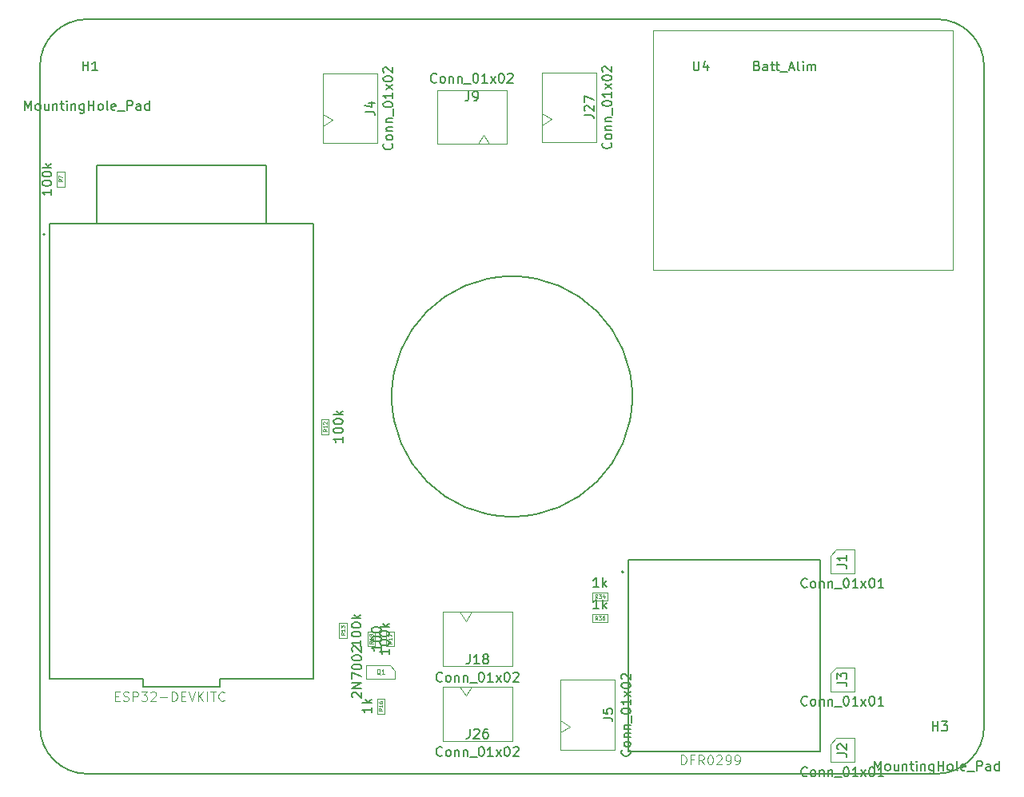
<source format=gbr>
%TF.GenerationSoftware,KiCad,Pcbnew,(5.1.6)-1*%
%TF.CreationDate,2021-02-27T16:35:54+01:00*%
%TF.ProjectId,07_LBAM_DFR,30375f4c-4241-44d5-9f44-46522e6b6963,rev?*%
%TF.SameCoordinates,Original*%
%TF.FileFunction,Other,Fab,Top*%
%FSLAX46Y46*%
G04 Gerber Fmt 4.6, Leading zero omitted, Abs format (unit mm)*
G04 Created by KiCad (PCBNEW (5.1.6)-1) date 2021-02-27 16:35:54*
%MOMM*%
%LPD*%
G01*
G04 APERTURE LIST*
%TA.AperFunction,Profile*%
%ADD10C,0.150000*%
%TD*%
%ADD11C,0.127000*%
%ADD12C,0.200000*%
%ADD13C,0.100000*%
%ADD14C,0.120000*%
%ADD15C,0.015000*%
%ADD16C,0.150000*%
%ADD17C,0.075000*%
%ADD18C,0.060000*%
G04 APERTURE END LIST*
D10*
X162747549Y-105000000D02*
G75*
G03*
X162747549Y-105000000I-12747549J0D01*
G01*
X180000000Y-65000000D02*
X195000000Y-65000000D01*
X157000000Y-65000000D02*
X180000000Y-65000000D01*
X195000000Y-65000000D02*
G75*
G02*
X200000000Y-70000000I0J-5000000D01*
G01*
X200000000Y-140000000D02*
G75*
G02*
X195000000Y-145000000I-5000000J0D01*
G01*
X105000000Y-145000000D02*
G75*
G02*
X100000000Y-140000000I0J5000000D01*
G01*
X100000000Y-70000000D02*
G75*
G02*
X105000000Y-65000000I5000000J0D01*
G01*
X100000000Y-140000000D02*
X100000000Y-70000000D01*
X195000000Y-145000000D02*
X105000000Y-145000000D01*
X200000000Y-70000000D02*
X200000000Y-140000000D01*
X105000000Y-65000000D02*
X157000000Y-65000000D01*
D11*
%TO.C,U2*%
X119060000Y-134900000D02*
X128950000Y-134900000D01*
X119060000Y-135800000D02*
X119060000Y-134900000D01*
X110930000Y-135800000D02*
X119060000Y-135800000D01*
X110930000Y-134900000D02*
X110930000Y-135800000D01*
X101050000Y-134900000D02*
X110930000Y-134900000D01*
X124000000Y-80500000D02*
X124000000Y-86700000D01*
X106000000Y-80500000D02*
X124000000Y-80500000D01*
X106000000Y-86700000D02*
X106000000Y-80500000D01*
X106000000Y-86700000D02*
X101050000Y-86700000D01*
X124000000Y-86700000D02*
X106000000Y-86700000D01*
X128950000Y-86700000D02*
X124000000Y-86700000D01*
X128950000Y-134900000D02*
X128950000Y-86700000D01*
X101050000Y-86700000D02*
X101050000Y-134900000D01*
D12*
X100530000Y-87830000D02*
G75*
G03*
X100530000Y-87830000I-100000J0D01*
G01*
D13*
%TO.C,Q1*%
X137050000Y-133500000D02*
X134600000Y-133500000D01*
X137620000Y-134050000D02*
X137620000Y-134900000D01*
X137050000Y-133500000D02*
X137620000Y-134050000D01*
X137620000Y-134900000D02*
X134580000Y-134900000D01*
X134580000Y-133500000D02*
X134580000Y-134900000D01*
D11*
%TO.C,U1*%
X182660000Y-122340000D02*
X182660000Y-142660000D01*
X182660000Y-142660000D02*
X162340000Y-142660000D01*
X162340000Y-142660000D02*
X162340000Y-122340000D01*
X162340000Y-122340000D02*
X182660000Y-122340000D01*
D12*
X161800000Y-123610000D02*
G75*
G03*
X161800000Y-123610000I-100000J0D01*
G01*
D13*
%TO.C,J18*%
X142650000Y-127850000D02*
X142650000Y-133600000D01*
X142650000Y-133600000D02*
X150050000Y-133600000D01*
X150050000Y-133600000D02*
X150050000Y-127850000D01*
X150050000Y-127850000D02*
X142650000Y-127850000D01*
X144475000Y-127850000D02*
X145100000Y-128850000D01*
X145100000Y-128850000D02*
X145725000Y-127850000D01*
%TO.C,J26*%
X142650000Y-135750000D02*
X142650000Y-141500000D01*
X142650000Y-141500000D02*
X150050000Y-141500000D01*
X150050000Y-141500000D02*
X150050000Y-135750000D01*
X150050000Y-135750000D02*
X142650000Y-135750000D01*
X144475000Y-135750000D02*
X145100000Y-136750000D01*
X145100000Y-136750000D02*
X145725000Y-135750000D01*
%TO.C,J27*%
X153150000Y-78050000D02*
X158900000Y-78050000D01*
X158900000Y-78050000D02*
X158900000Y-70650000D01*
X158900000Y-70650000D02*
X153150000Y-70650000D01*
X153150000Y-70650000D02*
X153150000Y-78050000D01*
X153150000Y-76225000D02*
X154150000Y-75600000D01*
X154150000Y-75600000D02*
X153150000Y-74975000D01*
%TO.C,R7*%
X101800000Y-81175000D02*
X102600000Y-81175000D01*
X102600000Y-81175000D02*
X102600000Y-82775000D01*
X102600000Y-82775000D02*
X101800000Y-82775000D01*
X101800000Y-82775000D02*
X101800000Y-81175000D01*
%TO.C,R12*%
X130600000Y-109000000D02*
X129800000Y-109000000D01*
X129800000Y-109000000D02*
X129800000Y-107400000D01*
X129800000Y-107400000D02*
X130600000Y-107400000D01*
X130600000Y-107400000D02*
X130600000Y-109000000D01*
%TO.C,R13*%
X132500000Y-130600000D02*
X131700000Y-130600000D01*
X131700000Y-130600000D02*
X131700000Y-129000000D01*
X131700000Y-129000000D02*
X132500000Y-129000000D01*
X132500000Y-129000000D02*
X132500000Y-130600000D01*
%TO.C,R16*%
X135700000Y-137025000D02*
X136500000Y-137025000D01*
X136500000Y-137025000D02*
X136500000Y-138625000D01*
X136500000Y-138625000D02*
X135700000Y-138625000D01*
X135700000Y-138625000D02*
X135700000Y-137025000D01*
%TO.C,R17*%
X136700000Y-129900000D02*
X137500000Y-129900000D01*
X137500000Y-129900000D02*
X137500000Y-131500000D01*
X137500000Y-131500000D02*
X136700000Y-131500000D01*
X136700000Y-131500000D02*
X136700000Y-129900000D01*
%TO.C,R18*%
X135500000Y-131500000D02*
X134700000Y-131500000D01*
X134700000Y-131500000D02*
X134700000Y-129900000D01*
X134700000Y-129900000D02*
X135500000Y-129900000D01*
X135500000Y-129900000D02*
X135500000Y-131500000D01*
%TO.C,R34*%
X160100000Y-125800000D02*
X160100000Y-126600000D01*
X160100000Y-126600000D02*
X158500000Y-126600000D01*
X158500000Y-126600000D02*
X158500000Y-125800000D01*
X158500000Y-125800000D02*
X160100000Y-125800000D01*
%TO.C,R36*%
X160100000Y-128100000D02*
X160100000Y-128900000D01*
X160100000Y-128900000D02*
X158500000Y-128900000D01*
X158500000Y-128900000D02*
X158500000Y-128100000D01*
X158500000Y-128100000D02*
X160100000Y-128100000D01*
%TO.C,J9*%
X149450000Y-78250000D02*
X149450000Y-72500000D01*
X149450000Y-72500000D02*
X142050000Y-72500000D01*
X142050000Y-72500000D02*
X142050000Y-78250000D01*
X142050000Y-78250000D02*
X149450000Y-78250000D01*
X147625000Y-78250000D02*
X147000000Y-77250000D01*
X147000000Y-77250000D02*
X146375000Y-78250000D01*
%TO.C,J4*%
X129950000Y-78150000D02*
X135700000Y-78150000D01*
X135700000Y-78150000D02*
X135700000Y-70750000D01*
X135700000Y-70750000D02*
X129950000Y-70750000D01*
X129950000Y-70750000D02*
X129950000Y-78150000D01*
X129950000Y-76325000D02*
X130950000Y-75700000D01*
X130950000Y-75700000D02*
X129950000Y-75075000D01*
%TO.C,J1*%
X183730000Y-121865000D02*
X184365000Y-121230000D01*
X183730000Y-123770000D02*
X183730000Y-121865000D01*
X186270000Y-123770000D02*
X183730000Y-123770000D01*
X186270000Y-121230000D02*
X186270000Y-123770000D01*
X184365000Y-121230000D02*
X186270000Y-121230000D01*
%TO.C,J2*%
X183730000Y-141865000D02*
X184365000Y-141230000D01*
X183730000Y-143770000D02*
X183730000Y-141865000D01*
X186270000Y-143770000D02*
X183730000Y-143770000D01*
X186270000Y-141230000D02*
X186270000Y-143770000D01*
X184365000Y-141230000D02*
X186270000Y-141230000D01*
%TO.C,J3*%
X184365000Y-133730000D02*
X186270000Y-133730000D01*
X186270000Y-133730000D02*
X186270000Y-136270000D01*
X186270000Y-136270000D02*
X183730000Y-136270000D01*
X183730000Y-136270000D02*
X183730000Y-134365000D01*
X183730000Y-134365000D02*
X184365000Y-133730000D01*
%TO.C,J5*%
X156150000Y-140000000D02*
X155150000Y-139375000D01*
X155150000Y-140625000D02*
X156150000Y-140000000D01*
X155150000Y-135050000D02*
X155150000Y-142450000D01*
X160900000Y-135050000D02*
X155150000Y-135050000D01*
X160900000Y-142450000D02*
X160900000Y-135050000D01*
X155150000Y-142450000D02*
X160900000Y-142450000D01*
D14*
%TO.C,U4*%
X164920000Y-85240000D02*
X164920000Y-66190000D01*
X164920000Y-66190000D02*
X196670000Y-66190000D01*
X164920000Y-85240000D02*
X164920000Y-91590000D01*
X164920000Y-91590000D02*
X196670000Y-91590000D01*
X196670000Y-91590000D02*
X196670000Y-66190000D01*
%TD*%
%TO.C,U2*%
D15*
X107968095Y-136763571D02*
X108301428Y-136763571D01*
X108444285Y-137287380D02*
X107968095Y-137287380D01*
X107968095Y-136287380D01*
X108444285Y-136287380D01*
X108825238Y-137239761D02*
X108968095Y-137287380D01*
X109206190Y-137287380D01*
X109301428Y-137239761D01*
X109349047Y-137192142D01*
X109396666Y-137096904D01*
X109396666Y-137001666D01*
X109349047Y-136906428D01*
X109301428Y-136858809D01*
X109206190Y-136811190D01*
X109015714Y-136763571D01*
X108920476Y-136715952D01*
X108872857Y-136668333D01*
X108825238Y-136573095D01*
X108825238Y-136477857D01*
X108872857Y-136382619D01*
X108920476Y-136335000D01*
X109015714Y-136287380D01*
X109253809Y-136287380D01*
X109396666Y-136335000D01*
X109825238Y-137287380D02*
X109825238Y-136287380D01*
X110206190Y-136287380D01*
X110301428Y-136335000D01*
X110349047Y-136382619D01*
X110396666Y-136477857D01*
X110396666Y-136620714D01*
X110349047Y-136715952D01*
X110301428Y-136763571D01*
X110206190Y-136811190D01*
X109825238Y-136811190D01*
X110730000Y-136287380D02*
X111349047Y-136287380D01*
X111015714Y-136668333D01*
X111158571Y-136668333D01*
X111253809Y-136715952D01*
X111301428Y-136763571D01*
X111349047Y-136858809D01*
X111349047Y-137096904D01*
X111301428Y-137192142D01*
X111253809Y-137239761D01*
X111158571Y-137287380D01*
X110872857Y-137287380D01*
X110777619Y-137239761D01*
X110730000Y-137192142D01*
X111730000Y-136382619D02*
X111777619Y-136335000D01*
X111872857Y-136287380D01*
X112110952Y-136287380D01*
X112206190Y-136335000D01*
X112253809Y-136382619D01*
X112301428Y-136477857D01*
X112301428Y-136573095D01*
X112253809Y-136715952D01*
X111682380Y-137287380D01*
X112301428Y-137287380D01*
X112730000Y-136906428D02*
X113491904Y-136906428D01*
X113968095Y-137287380D02*
X113968095Y-136287380D01*
X114206190Y-136287380D01*
X114349047Y-136335000D01*
X114444285Y-136430238D01*
X114491904Y-136525476D01*
X114539523Y-136715952D01*
X114539523Y-136858809D01*
X114491904Y-137049285D01*
X114444285Y-137144523D01*
X114349047Y-137239761D01*
X114206190Y-137287380D01*
X113968095Y-137287380D01*
X114968095Y-136763571D02*
X115301428Y-136763571D01*
X115444285Y-137287380D02*
X114968095Y-137287380D01*
X114968095Y-136287380D01*
X115444285Y-136287380D01*
X115730000Y-136287380D02*
X116063333Y-137287380D01*
X116396666Y-136287380D01*
X116730000Y-137287380D02*
X116730000Y-136287380D01*
X117301428Y-137287380D02*
X116872857Y-136715952D01*
X117301428Y-136287380D02*
X116730000Y-136858809D01*
X117730000Y-137287380D02*
X117730000Y-136287380D01*
X118063333Y-136287380D02*
X118634761Y-136287380D01*
X118349047Y-137287380D02*
X118349047Y-136287380D01*
X119539523Y-137192142D02*
X119491904Y-137239761D01*
X119349047Y-137287380D01*
X119253809Y-137287380D01*
X119110952Y-137239761D01*
X119015714Y-137144523D01*
X118968095Y-137049285D01*
X118920476Y-136858809D01*
X118920476Y-136715952D01*
X118968095Y-136525476D01*
X119015714Y-136430238D01*
X119110952Y-136335000D01*
X119253809Y-136287380D01*
X119349047Y-136287380D01*
X119491904Y-136335000D01*
X119539523Y-136382619D01*
%TO.C,Q1*%
D16*
X133147619Y-136914285D02*
X133100000Y-136866666D01*
X133052380Y-136771428D01*
X133052380Y-136533333D01*
X133100000Y-136438095D01*
X133147619Y-136390476D01*
X133242857Y-136342857D01*
X133338095Y-136342857D01*
X133480952Y-136390476D01*
X134052380Y-136961904D01*
X134052380Y-136342857D01*
X134052380Y-135914285D02*
X133052380Y-135914285D01*
X134052380Y-135342857D01*
X133052380Y-135342857D01*
X133052380Y-134961904D02*
X133052380Y-134295238D01*
X134052380Y-134723809D01*
X133052380Y-133723809D02*
X133052380Y-133628571D01*
X133100000Y-133533333D01*
X133147619Y-133485714D01*
X133242857Y-133438095D01*
X133433333Y-133390476D01*
X133671428Y-133390476D01*
X133861904Y-133438095D01*
X133957142Y-133485714D01*
X134004761Y-133533333D01*
X134052380Y-133628571D01*
X134052380Y-133723809D01*
X134004761Y-133819047D01*
X133957142Y-133866666D01*
X133861904Y-133914285D01*
X133671428Y-133961904D01*
X133433333Y-133961904D01*
X133242857Y-133914285D01*
X133147619Y-133866666D01*
X133100000Y-133819047D01*
X133052380Y-133723809D01*
X133052380Y-132771428D02*
X133052380Y-132676190D01*
X133100000Y-132580952D01*
X133147619Y-132533333D01*
X133242857Y-132485714D01*
X133433333Y-132438095D01*
X133671428Y-132438095D01*
X133861904Y-132485714D01*
X133957142Y-132533333D01*
X134004761Y-132580952D01*
X134052380Y-132676190D01*
X134052380Y-132771428D01*
X134004761Y-132866666D01*
X133957142Y-132914285D01*
X133861904Y-132961904D01*
X133671428Y-133009523D01*
X133433333Y-133009523D01*
X133242857Y-132961904D01*
X133147619Y-132914285D01*
X133100000Y-132866666D01*
X133052380Y-132771428D01*
X133147619Y-132057142D02*
X133100000Y-132009523D01*
X133052380Y-131914285D01*
X133052380Y-131676190D01*
X133100000Y-131580952D01*
X133147619Y-131533333D01*
X133242857Y-131485714D01*
X133338095Y-131485714D01*
X133480952Y-131533333D01*
X134052380Y-132104761D01*
X134052380Y-131485714D01*
D17*
X136052380Y-134473809D02*
X136004761Y-134450000D01*
X135957142Y-134402380D01*
X135885714Y-134330952D01*
X135838095Y-134307142D01*
X135790476Y-134307142D01*
X135814285Y-134426190D02*
X135766666Y-134402380D01*
X135719047Y-134354761D01*
X135695238Y-134259523D01*
X135695238Y-134092857D01*
X135719047Y-133997619D01*
X135766666Y-133950000D01*
X135814285Y-133926190D01*
X135909523Y-133926190D01*
X135957142Y-133950000D01*
X136004761Y-133997619D01*
X136028571Y-134092857D01*
X136028571Y-134259523D01*
X136004761Y-134354761D01*
X135957142Y-134402380D01*
X135909523Y-134426190D01*
X135814285Y-134426190D01*
X136504761Y-134426190D02*
X136219047Y-134426190D01*
X136361904Y-134426190D02*
X136361904Y-133926190D01*
X136314285Y-133997619D01*
X136266666Y-134045238D01*
X136219047Y-134069047D01*
%TO.C,H3*%
D16*
X188428571Y-144652380D02*
X188428571Y-143652380D01*
X188761904Y-144366666D01*
X189095238Y-143652380D01*
X189095238Y-144652380D01*
X189714285Y-144652380D02*
X189619047Y-144604761D01*
X189571428Y-144557142D01*
X189523809Y-144461904D01*
X189523809Y-144176190D01*
X189571428Y-144080952D01*
X189619047Y-144033333D01*
X189714285Y-143985714D01*
X189857142Y-143985714D01*
X189952380Y-144033333D01*
X190000000Y-144080952D01*
X190047619Y-144176190D01*
X190047619Y-144461904D01*
X190000000Y-144557142D01*
X189952380Y-144604761D01*
X189857142Y-144652380D01*
X189714285Y-144652380D01*
X190904761Y-143985714D02*
X190904761Y-144652380D01*
X190476190Y-143985714D02*
X190476190Y-144509523D01*
X190523809Y-144604761D01*
X190619047Y-144652380D01*
X190761904Y-144652380D01*
X190857142Y-144604761D01*
X190904761Y-144557142D01*
X191380952Y-143985714D02*
X191380952Y-144652380D01*
X191380952Y-144080952D02*
X191428571Y-144033333D01*
X191523809Y-143985714D01*
X191666666Y-143985714D01*
X191761904Y-144033333D01*
X191809523Y-144128571D01*
X191809523Y-144652380D01*
X192142857Y-143985714D02*
X192523809Y-143985714D01*
X192285714Y-143652380D02*
X192285714Y-144509523D01*
X192333333Y-144604761D01*
X192428571Y-144652380D01*
X192523809Y-144652380D01*
X192857142Y-144652380D02*
X192857142Y-143985714D01*
X192857142Y-143652380D02*
X192809523Y-143700000D01*
X192857142Y-143747619D01*
X192904761Y-143700000D01*
X192857142Y-143652380D01*
X192857142Y-143747619D01*
X193333333Y-143985714D02*
X193333333Y-144652380D01*
X193333333Y-144080952D02*
X193380952Y-144033333D01*
X193476190Y-143985714D01*
X193619047Y-143985714D01*
X193714285Y-144033333D01*
X193761904Y-144128571D01*
X193761904Y-144652380D01*
X194666666Y-143985714D02*
X194666666Y-144795238D01*
X194619047Y-144890476D01*
X194571428Y-144938095D01*
X194476190Y-144985714D01*
X194333333Y-144985714D01*
X194238095Y-144938095D01*
X194666666Y-144604761D02*
X194571428Y-144652380D01*
X194380952Y-144652380D01*
X194285714Y-144604761D01*
X194238095Y-144557142D01*
X194190476Y-144461904D01*
X194190476Y-144176190D01*
X194238095Y-144080952D01*
X194285714Y-144033333D01*
X194380952Y-143985714D01*
X194571428Y-143985714D01*
X194666666Y-144033333D01*
X195142857Y-144652380D02*
X195142857Y-143652380D01*
X195142857Y-144128571D02*
X195714285Y-144128571D01*
X195714285Y-144652380D02*
X195714285Y-143652380D01*
X196333333Y-144652380D02*
X196238095Y-144604761D01*
X196190476Y-144557142D01*
X196142857Y-144461904D01*
X196142857Y-144176190D01*
X196190476Y-144080952D01*
X196238095Y-144033333D01*
X196333333Y-143985714D01*
X196476190Y-143985714D01*
X196571428Y-144033333D01*
X196619047Y-144080952D01*
X196666666Y-144176190D01*
X196666666Y-144461904D01*
X196619047Y-144557142D01*
X196571428Y-144604761D01*
X196476190Y-144652380D01*
X196333333Y-144652380D01*
X197238095Y-144652380D02*
X197142857Y-144604761D01*
X197095238Y-144509523D01*
X197095238Y-143652380D01*
X198000000Y-144604761D02*
X197904761Y-144652380D01*
X197714285Y-144652380D01*
X197619047Y-144604761D01*
X197571428Y-144509523D01*
X197571428Y-144128571D01*
X197619047Y-144033333D01*
X197714285Y-143985714D01*
X197904761Y-143985714D01*
X198000000Y-144033333D01*
X198047619Y-144128571D01*
X198047619Y-144223809D01*
X197571428Y-144319047D01*
X198238095Y-144747619D02*
X199000000Y-144747619D01*
X199238095Y-144652380D02*
X199238095Y-143652380D01*
X199619047Y-143652380D01*
X199714285Y-143700000D01*
X199761904Y-143747619D01*
X199809523Y-143842857D01*
X199809523Y-143985714D01*
X199761904Y-144080952D01*
X199714285Y-144128571D01*
X199619047Y-144176190D01*
X199238095Y-144176190D01*
X200666666Y-144652380D02*
X200666666Y-144128571D01*
X200619047Y-144033333D01*
X200523809Y-143985714D01*
X200333333Y-143985714D01*
X200238095Y-144033333D01*
X200666666Y-144604761D02*
X200571428Y-144652380D01*
X200333333Y-144652380D01*
X200238095Y-144604761D01*
X200190476Y-144509523D01*
X200190476Y-144414285D01*
X200238095Y-144319047D01*
X200333333Y-144271428D01*
X200571428Y-144271428D01*
X200666666Y-144223809D01*
X201571428Y-144652380D02*
X201571428Y-143652380D01*
X201571428Y-144604761D02*
X201476190Y-144652380D01*
X201285714Y-144652380D01*
X201190476Y-144604761D01*
X201142857Y-144557142D01*
X201095238Y-144461904D01*
X201095238Y-144176190D01*
X201142857Y-144080952D01*
X201190476Y-144033333D01*
X201285714Y-143985714D01*
X201476190Y-143985714D01*
X201571428Y-144033333D01*
X194538095Y-140452380D02*
X194538095Y-139452380D01*
X194538095Y-139928571D02*
X195109523Y-139928571D01*
X195109523Y-140452380D02*
X195109523Y-139452380D01*
X195490476Y-139452380D02*
X196109523Y-139452380D01*
X195776190Y-139833333D01*
X195919047Y-139833333D01*
X196014285Y-139880952D01*
X196061904Y-139928571D01*
X196109523Y-140023809D01*
X196109523Y-140261904D01*
X196061904Y-140357142D01*
X196014285Y-140404761D01*
X195919047Y-140452380D01*
X195633333Y-140452380D01*
X195538095Y-140404761D01*
X195490476Y-140357142D01*
%TO.C,H1*%
X98428571Y-74652380D02*
X98428571Y-73652380D01*
X98761904Y-74366666D01*
X99095238Y-73652380D01*
X99095238Y-74652380D01*
X99714285Y-74652380D02*
X99619047Y-74604761D01*
X99571428Y-74557142D01*
X99523809Y-74461904D01*
X99523809Y-74176190D01*
X99571428Y-74080952D01*
X99619047Y-74033333D01*
X99714285Y-73985714D01*
X99857142Y-73985714D01*
X99952380Y-74033333D01*
X100000000Y-74080952D01*
X100047619Y-74176190D01*
X100047619Y-74461904D01*
X100000000Y-74557142D01*
X99952380Y-74604761D01*
X99857142Y-74652380D01*
X99714285Y-74652380D01*
X100904761Y-73985714D02*
X100904761Y-74652380D01*
X100476190Y-73985714D02*
X100476190Y-74509523D01*
X100523809Y-74604761D01*
X100619047Y-74652380D01*
X100761904Y-74652380D01*
X100857142Y-74604761D01*
X100904761Y-74557142D01*
X101380952Y-73985714D02*
X101380952Y-74652380D01*
X101380952Y-74080952D02*
X101428571Y-74033333D01*
X101523809Y-73985714D01*
X101666666Y-73985714D01*
X101761904Y-74033333D01*
X101809523Y-74128571D01*
X101809523Y-74652380D01*
X102142857Y-73985714D02*
X102523809Y-73985714D01*
X102285714Y-73652380D02*
X102285714Y-74509523D01*
X102333333Y-74604761D01*
X102428571Y-74652380D01*
X102523809Y-74652380D01*
X102857142Y-74652380D02*
X102857142Y-73985714D01*
X102857142Y-73652380D02*
X102809523Y-73700000D01*
X102857142Y-73747619D01*
X102904761Y-73700000D01*
X102857142Y-73652380D01*
X102857142Y-73747619D01*
X103333333Y-73985714D02*
X103333333Y-74652380D01*
X103333333Y-74080952D02*
X103380952Y-74033333D01*
X103476190Y-73985714D01*
X103619047Y-73985714D01*
X103714285Y-74033333D01*
X103761904Y-74128571D01*
X103761904Y-74652380D01*
X104666666Y-73985714D02*
X104666666Y-74795238D01*
X104619047Y-74890476D01*
X104571428Y-74938095D01*
X104476190Y-74985714D01*
X104333333Y-74985714D01*
X104238095Y-74938095D01*
X104666666Y-74604761D02*
X104571428Y-74652380D01*
X104380952Y-74652380D01*
X104285714Y-74604761D01*
X104238095Y-74557142D01*
X104190476Y-74461904D01*
X104190476Y-74176190D01*
X104238095Y-74080952D01*
X104285714Y-74033333D01*
X104380952Y-73985714D01*
X104571428Y-73985714D01*
X104666666Y-74033333D01*
X105142857Y-74652380D02*
X105142857Y-73652380D01*
X105142857Y-74128571D02*
X105714285Y-74128571D01*
X105714285Y-74652380D02*
X105714285Y-73652380D01*
X106333333Y-74652380D02*
X106238095Y-74604761D01*
X106190476Y-74557142D01*
X106142857Y-74461904D01*
X106142857Y-74176190D01*
X106190476Y-74080952D01*
X106238095Y-74033333D01*
X106333333Y-73985714D01*
X106476190Y-73985714D01*
X106571428Y-74033333D01*
X106619047Y-74080952D01*
X106666666Y-74176190D01*
X106666666Y-74461904D01*
X106619047Y-74557142D01*
X106571428Y-74604761D01*
X106476190Y-74652380D01*
X106333333Y-74652380D01*
X107238095Y-74652380D02*
X107142857Y-74604761D01*
X107095238Y-74509523D01*
X107095238Y-73652380D01*
X108000000Y-74604761D02*
X107904761Y-74652380D01*
X107714285Y-74652380D01*
X107619047Y-74604761D01*
X107571428Y-74509523D01*
X107571428Y-74128571D01*
X107619047Y-74033333D01*
X107714285Y-73985714D01*
X107904761Y-73985714D01*
X108000000Y-74033333D01*
X108047619Y-74128571D01*
X108047619Y-74223809D01*
X107571428Y-74319047D01*
X108238095Y-74747619D02*
X109000000Y-74747619D01*
X109238095Y-74652380D02*
X109238095Y-73652380D01*
X109619047Y-73652380D01*
X109714285Y-73700000D01*
X109761904Y-73747619D01*
X109809523Y-73842857D01*
X109809523Y-73985714D01*
X109761904Y-74080952D01*
X109714285Y-74128571D01*
X109619047Y-74176190D01*
X109238095Y-74176190D01*
X110666666Y-74652380D02*
X110666666Y-74128571D01*
X110619047Y-74033333D01*
X110523809Y-73985714D01*
X110333333Y-73985714D01*
X110238095Y-74033333D01*
X110666666Y-74604761D02*
X110571428Y-74652380D01*
X110333333Y-74652380D01*
X110238095Y-74604761D01*
X110190476Y-74509523D01*
X110190476Y-74414285D01*
X110238095Y-74319047D01*
X110333333Y-74271428D01*
X110571428Y-74271428D01*
X110666666Y-74223809D01*
X111571428Y-74652380D02*
X111571428Y-73652380D01*
X111571428Y-74604761D02*
X111476190Y-74652380D01*
X111285714Y-74652380D01*
X111190476Y-74604761D01*
X111142857Y-74557142D01*
X111095238Y-74461904D01*
X111095238Y-74176190D01*
X111142857Y-74080952D01*
X111190476Y-74033333D01*
X111285714Y-73985714D01*
X111476190Y-73985714D01*
X111571428Y-74033333D01*
X104538095Y-70452380D02*
X104538095Y-69452380D01*
X104538095Y-69928571D02*
X105109523Y-69928571D01*
X105109523Y-70452380D02*
X105109523Y-69452380D01*
X106109523Y-70452380D02*
X105538095Y-70452380D01*
X105823809Y-70452380D02*
X105823809Y-69452380D01*
X105728571Y-69595238D01*
X105633333Y-69690476D01*
X105538095Y-69738095D01*
%TO.C,U1*%
D15*
X167894761Y-144017380D02*
X167894761Y-143017380D01*
X168132857Y-143017380D01*
X168275714Y-143065000D01*
X168370952Y-143160238D01*
X168418571Y-143255476D01*
X168466190Y-143445952D01*
X168466190Y-143588809D01*
X168418571Y-143779285D01*
X168370952Y-143874523D01*
X168275714Y-143969761D01*
X168132857Y-144017380D01*
X167894761Y-144017380D01*
X169228095Y-143493571D02*
X168894761Y-143493571D01*
X168894761Y-144017380D02*
X168894761Y-143017380D01*
X169370952Y-143017380D01*
X170323333Y-144017380D02*
X169990000Y-143541190D01*
X169751904Y-144017380D02*
X169751904Y-143017380D01*
X170132857Y-143017380D01*
X170228095Y-143065000D01*
X170275714Y-143112619D01*
X170323333Y-143207857D01*
X170323333Y-143350714D01*
X170275714Y-143445952D01*
X170228095Y-143493571D01*
X170132857Y-143541190D01*
X169751904Y-143541190D01*
X170942380Y-143017380D02*
X171037619Y-143017380D01*
X171132857Y-143065000D01*
X171180476Y-143112619D01*
X171228095Y-143207857D01*
X171275714Y-143398333D01*
X171275714Y-143636428D01*
X171228095Y-143826904D01*
X171180476Y-143922142D01*
X171132857Y-143969761D01*
X171037619Y-144017380D01*
X170942380Y-144017380D01*
X170847142Y-143969761D01*
X170799523Y-143922142D01*
X170751904Y-143826904D01*
X170704285Y-143636428D01*
X170704285Y-143398333D01*
X170751904Y-143207857D01*
X170799523Y-143112619D01*
X170847142Y-143065000D01*
X170942380Y-143017380D01*
X171656666Y-143112619D02*
X171704285Y-143065000D01*
X171799523Y-143017380D01*
X172037619Y-143017380D01*
X172132857Y-143065000D01*
X172180476Y-143112619D01*
X172228095Y-143207857D01*
X172228095Y-143303095D01*
X172180476Y-143445952D01*
X171609047Y-144017380D01*
X172228095Y-144017380D01*
X172704285Y-144017380D02*
X172894761Y-144017380D01*
X172990000Y-143969761D01*
X173037619Y-143922142D01*
X173132857Y-143779285D01*
X173180476Y-143588809D01*
X173180476Y-143207857D01*
X173132857Y-143112619D01*
X173085238Y-143065000D01*
X172990000Y-143017380D01*
X172799523Y-143017380D01*
X172704285Y-143065000D01*
X172656666Y-143112619D01*
X172609047Y-143207857D01*
X172609047Y-143445952D01*
X172656666Y-143541190D01*
X172704285Y-143588809D01*
X172799523Y-143636428D01*
X172990000Y-143636428D01*
X173085238Y-143588809D01*
X173132857Y-143541190D01*
X173180476Y-143445952D01*
X173656666Y-144017380D02*
X173847142Y-144017380D01*
X173942380Y-143969761D01*
X173990000Y-143922142D01*
X174085238Y-143779285D01*
X174132857Y-143588809D01*
X174132857Y-143207857D01*
X174085238Y-143112619D01*
X174037619Y-143065000D01*
X173942380Y-143017380D01*
X173751904Y-143017380D01*
X173656666Y-143065000D01*
X173609047Y-143112619D01*
X173561428Y-143207857D01*
X173561428Y-143445952D01*
X173609047Y-143541190D01*
X173656666Y-143588809D01*
X173751904Y-143636428D01*
X173942380Y-143636428D01*
X174037619Y-143588809D01*
X174085238Y-143541190D01*
X174132857Y-143445952D01*
%TO.C,J18*%
D16*
X142611904Y-135157142D02*
X142564285Y-135204761D01*
X142421428Y-135252380D01*
X142326190Y-135252380D01*
X142183333Y-135204761D01*
X142088095Y-135109523D01*
X142040476Y-135014285D01*
X141992857Y-134823809D01*
X141992857Y-134680952D01*
X142040476Y-134490476D01*
X142088095Y-134395238D01*
X142183333Y-134300000D01*
X142326190Y-134252380D01*
X142421428Y-134252380D01*
X142564285Y-134300000D01*
X142611904Y-134347619D01*
X143183333Y-135252380D02*
X143088095Y-135204761D01*
X143040476Y-135157142D01*
X142992857Y-135061904D01*
X142992857Y-134776190D01*
X143040476Y-134680952D01*
X143088095Y-134633333D01*
X143183333Y-134585714D01*
X143326190Y-134585714D01*
X143421428Y-134633333D01*
X143469047Y-134680952D01*
X143516666Y-134776190D01*
X143516666Y-135061904D01*
X143469047Y-135157142D01*
X143421428Y-135204761D01*
X143326190Y-135252380D01*
X143183333Y-135252380D01*
X143945238Y-134585714D02*
X143945238Y-135252380D01*
X143945238Y-134680952D02*
X143992857Y-134633333D01*
X144088095Y-134585714D01*
X144230952Y-134585714D01*
X144326190Y-134633333D01*
X144373809Y-134728571D01*
X144373809Y-135252380D01*
X144850000Y-134585714D02*
X144850000Y-135252380D01*
X144850000Y-134680952D02*
X144897619Y-134633333D01*
X144992857Y-134585714D01*
X145135714Y-134585714D01*
X145230952Y-134633333D01*
X145278571Y-134728571D01*
X145278571Y-135252380D01*
X145516666Y-135347619D02*
X146278571Y-135347619D01*
X146707142Y-134252380D02*
X146802380Y-134252380D01*
X146897619Y-134300000D01*
X146945238Y-134347619D01*
X146992857Y-134442857D01*
X147040476Y-134633333D01*
X147040476Y-134871428D01*
X146992857Y-135061904D01*
X146945238Y-135157142D01*
X146897619Y-135204761D01*
X146802380Y-135252380D01*
X146707142Y-135252380D01*
X146611904Y-135204761D01*
X146564285Y-135157142D01*
X146516666Y-135061904D01*
X146469047Y-134871428D01*
X146469047Y-134633333D01*
X146516666Y-134442857D01*
X146564285Y-134347619D01*
X146611904Y-134300000D01*
X146707142Y-134252380D01*
X147992857Y-135252380D02*
X147421428Y-135252380D01*
X147707142Y-135252380D02*
X147707142Y-134252380D01*
X147611904Y-134395238D01*
X147516666Y-134490476D01*
X147421428Y-134538095D01*
X148326190Y-135252380D02*
X148850000Y-134585714D01*
X148326190Y-134585714D02*
X148850000Y-135252380D01*
X149421428Y-134252380D02*
X149516666Y-134252380D01*
X149611904Y-134300000D01*
X149659523Y-134347619D01*
X149707142Y-134442857D01*
X149754761Y-134633333D01*
X149754761Y-134871428D01*
X149707142Y-135061904D01*
X149659523Y-135157142D01*
X149611904Y-135204761D01*
X149516666Y-135252380D01*
X149421428Y-135252380D01*
X149326190Y-135204761D01*
X149278571Y-135157142D01*
X149230952Y-135061904D01*
X149183333Y-134871428D01*
X149183333Y-134633333D01*
X149230952Y-134442857D01*
X149278571Y-134347619D01*
X149326190Y-134300000D01*
X149421428Y-134252380D01*
X150135714Y-134347619D02*
X150183333Y-134300000D01*
X150278571Y-134252380D01*
X150516666Y-134252380D01*
X150611904Y-134300000D01*
X150659523Y-134347619D01*
X150707142Y-134442857D01*
X150707142Y-134538095D01*
X150659523Y-134680952D01*
X150088095Y-135252380D01*
X150707142Y-135252380D01*
X145540476Y-132352380D02*
X145540476Y-133066666D01*
X145492857Y-133209523D01*
X145397619Y-133304761D01*
X145254761Y-133352380D01*
X145159523Y-133352380D01*
X146540476Y-133352380D02*
X145969047Y-133352380D01*
X146254761Y-133352380D02*
X146254761Y-132352380D01*
X146159523Y-132495238D01*
X146064285Y-132590476D01*
X145969047Y-132638095D01*
X147111904Y-132780952D02*
X147016666Y-132733333D01*
X146969047Y-132685714D01*
X146921428Y-132590476D01*
X146921428Y-132542857D01*
X146969047Y-132447619D01*
X147016666Y-132400000D01*
X147111904Y-132352380D01*
X147302380Y-132352380D01*
X147397619Y-132400000D01*
X147445238Y-132447619D01*
X147492857Y-132542857D01*
X147492857Y-132590476D01*
X147445238Y-132685714D01*
X147397619Y-132733333D01*
X147302380Y-132780952D01*
X147111904Y-132780952D01*
X147016666Y-132828571D01*
X146969047Y-132876190D01*
X146921428Y-132971428D01*
X146921428Y-133161904D01*
X146969047Y-133257142D01*
X147016666Y-133304761D01*
X147111904Y-133352380D01*
X147302380Y-133352380D01*
X147397619Y-133304761D01*
X147445238Y-133257142D01*
X147492857Y-133161904D01*
X147492857Y-132971428D01*
X147445238Y-132876190D01*
X147397619Y-132828571D01*
X147302380Y-132780952D01*
%TO.C,J26*%
X142611904Y-143057142D02*
X142564285Y-143104761D01*
X142421428Y-143152380D01*
X142326190Y-143152380D01*
X142183333Y-143104761D01*
X142088095Y-143009523D01*
X142040476Y-142914285D01*
X141992857Y-142723809D01*
X141992857Y-142580952D01*
X142040476Y-142390476D01*
X142088095Y-142295238D01*
X142183333Y-142200000D01*
X142326190Y-142152380D01*
X142421428Y-142152380D01*
X142564285Y-142200000D01*
X142611904Y-142247619D01*
X143183333Y-143152380D02*
X143088095Y-143104761D01*
X143040476Y-143057142D01*
X142992857Y-142961904D01*
X142992857Y-142676190D01*
X143040476Y-142580952D01*
X143088095Y-142533333D01*
X143183333Y-142485714D01*
X143326190Y-142485714D01*
X143421428Y-142533333D01*
X143469047Y-142580952D01*
X143516666Y-142676190D01*
X143516666Y-142961904D01*
X143469047Y-143057142D01*
X143421428Y-143104761D01*
X143326190Y-143152380D01*
X143183333Y-143152380D01*
X143945238Y-142485714D02*
X143945238Y-143152380D01*
X143945238Y-142580952D02*
X143992857Y-142533333D01*
X144088095Y-142485714D01*
X144230952Y-142485714D01*
X144326190Y-142533333D01*
X144373809Y-142628571D01*
X144373809Y-143152380D01*
X144850000Y-142485714D02*
X144850000Y-143152380D01*
X144850000Y-142580952D02*
X144897619Y-142533333D01*
X144992857Y-142485714D01*
X145135714Y-142485714D01*
X145230952Y-142533333D01*
X145278571Y-142628571D01*
X145278571Y-143152380D01*
X145516666Y-143247619D02*
X146278571Y-143247619D01*
X146707142Y-142152380D02*
X146802380Y-142152380D01*
X146897619Y-142200000D01*
X146945238Y-142247619D01*
X146992857Y-142342857D01*
X147040476Y-142533333D01*
X147040476Y-142771428D01*
X146992857Y-142961904D01*
X146945238Y-143057142D01*
X146897619Y-143104761D01*
X146802380Y-143152380D01*
X146707142Y-143152380D01*
X146611904Y-143104761D01*
X146564285Y-143057142D01*
X146516666Y-142961904D01*
X146469047Y-142771428D01*
X146469047Y-142533333D01*
X146516666Y-142342857D01*
X146564285Y-142247619D01*
X146611904Y-142200000D01*
X146707142Y-142152380D01*
X147992857Y-143152380D02*
X147421428Y-143152380D01*
X147707142Y-143152380D02*
X147707142Y-142152380D01*
X147611904Y-142295238D01*
X147516666Y-142390476D01*
X147421428Y-142438095D01*
X148326190Y-143152380D02*
X148850000Y-142485714D01*
X148326190Y-142485714D02*
X148850000Y-143152380D01*
X149421428Y-142152380D02*
X149516666Y-142152380D01*
X149611904Y-142200000D01*
X149659523Y-142247619D01*
X149707142Y-142342857D01*
X149754761Y-142533333D01*
X149754761Y-142771428D01*
X149707142Y-142961904D01*
X149659523Y-143057142D01*
X149611904Y-143104761D01*
X149516666Y-143152380D01*
X149421428Y-143152380D01*
X149326190Y-143104761D01*
X149278571Y-143057142D01*
X149230952Y-142961904D01*
X149183333Y-142771428D01*
X149183333Y-142533333D01*
X149230952Y-142342857D01*
X149278571Y-142247619D01*
X149326190Y-142200000D01*
X149421428Y-142152380D01*
X150135714Y-142247619D02*
X150183333Y-142200000D01*
X150278571Y-142152380D01*
X150516666Y-142152380D01*
X150611904Y-142200000D01*
X150659523Y-142247619D01*
X150707142Y-142342857D01*
X150707142Y-142438095D01*
X150659523Y-142580952D01*
X150088095Y-143152380D01*
X150707142Y-143152380D01*
X145540476Y-140252380D02*
X145540476Y-140966666D01*
X145492857Y-141109523D01*
X145397619Y-141204761D01*
X145254761Y-141252380D01*
X145159523Y-141252380D01*
X145969047Y-140347619D02*
X146016666Y-140300000D01*
X146111904Y-140252380D01*
X146350000Y-140252380D01*
X146445238Y-140300000D01*
X146492857Y-140347619D01*
X146540476Y-140442857D01*
X146540476Y-140538095D01*
X146492857Y-140680952D01*
X145921428Y-141252380D01*
X146540476Y-141252380D01*
X147397619Y-140252380D02*
X147207142Y-140252380D01*
X147111904Y-140300000D01*
X147064285Y-140347619D01*
X146969047Y-140490476D01*
X146921428Y-140680952D01*
X146921428Y-141061904D01*
X146969047Y-141157142D01*
X147016666Y-141204761D01*
X147111904Y-141252380D01*
X147302380Y-141252380D01*
X147397619Y-141204761D01*
X147445238Y-141157142D01*
X147492857Y-141061904D01*
X147492857Y-140823809D01*
X147445238Y-140728571D01*
X147397619Y-140680952D01*
X147302380Y-140633333D01*
X147111904Y-140633333D01*
X147016666Y-140680952D01*
X146969047Y-140728571D01*
X146921428Y-140823809D01*
%TO.C,J27*%
X160457142Y-78088095D02*
X160504761Y-78135714D01*
X160552380Y-78278571D01*
X160552380Y-78373809D01*
X160504761Y-78516666D01*
X160409523Y-78611904D01*
X160314285Y-78659523D01*
X160123809Y-78707142D01*
X159980952Y-78707142D01*
X159790476Y-78659523D01*
X159695238Y-78611904D01*
X159600000Y-78516666D01*
X159552380Y-78373809D01*
X159552380Y-78278571D01*
X159600000Y-78135714D01*
X159647619Y-78088095D01*
X160552380Y-77516666D02*
X160504761Y-77611904D01*
X160457142Y-77659523D01*
X160361904Y-77707142D01*
X160076190Y-77707142D01*
X159980952Y-77659523D01*
X159933333Y-77611904D01*
X159885714Y-77516666D01*
X159885714Y-77373809D01*
X159933333Y-77278571D01*
X159980952Y-77230952D01*
X160076190Y-77183333D01*
X160361904Y-77183333D01*
X160457142Y-77230952D01*
X160504761Y-77278571D01*
X160552380Y-77373809D01*
X160552380Y-77516666D01*
X159885714Y-76754761D02*
X160552380Y-76754761D01*
X159980952Y-76754761D02*
X159933333Y-76707142D01*
X159885714Y-76611904D01*
X159885714Y-76469047D01*
X159933333Y-76373809D01*
X160028571Y-76326190D01*
X160552380Y-76326190D01*
X159885714Y-75850000D02*
X160552380Y-75850000D01*
X159980952Y-75850000D02*
X159933333Y-75802380D01*
X159885714Y-75707142D01*
X159885714Y-75564285D01*
X159933333Y-75469047D01*
X160028571Y-75421428D01*
X160552380Y-75421428D01*
X160647619Y-75183333D02*
X160647619Y-74421428D01*
X159552380Y-73992857D02*
X159552380Y-73897619D01*
X159600000Y-73802380D01*
X159647619Y-73754761D01*
X159742857Y-73707142D01*
X159933333Y-73659523D01*
X160171428Y-73659523D01*
X160361904Y-73707142D01*
X160457142Y-73754761D01*
X160504761Y-73802380D01*
X160552380Y-73897619D01*
X160552380Y-73992857D01*
X160504761Y-74088095D01*
X160457142Y-74135714D01*
X160361904Y-74183333D01*
X160171428Y-74230952D01*
X159933333Y-74230952D01*
X159742857Y-74183333D01*
X159647619Y-74135714D01*
X159600000Y-74088095D01*
X159552380Y-73992857D01*
X160552380Y-72707142D02*
X160552380Y-73278571D01*
X160552380Y-72992857D02*
X159552380Y-72992857D01*
X159695238Y-73088095D01*
X159790476Y-73183333D01*
X159838095Y-73278571D01*
X160552380Y-72373809D02*
X159885714Y-71850000D01*
X159885714Y-72373809D02*
X160552380Y-71850000D01*
X159552380Y-71278571D02*
X159552380Y-71183333D01*
X159600000Y-71088095D01*
X159647619Y-71040476D01*
X159742857Y-70992857D01*
X159933333Y-70945238D01*
X160171428Y-70945238D01*
X160361904Y-70992857D01*
X160457142Y-71040476D01*
X160504761Y-71088095D01*
X160552380Y-71183333D01*
X160552380Y-71278571D01*
X160504761Y-71373809D01*
X160457142Y-71421428D01*
X160361904Y-71469047D01*
X160171428Y-71516666D01*
X159933333Y-71516666D01*
X159742857Y-71469047D01*
X159647619Y-71421428D01*
X159600000Y-71373809D01*
X159552380Y-71278571D01*
X159647619Y-70564285D02*
X159600000Y-70516666D01*
X159552380Y-70421428D01*
X159552380Y-70183333D01*
X159600000Y-70088095D01*
X159647619Y-70040476D01*
X159742857Y-69992857D01*
X159838095Y-69992857D01*
X159980952Y-70040476D01*
X160552380Y-70611904D01*
X160552380Y-69992857D01*
X157652380Y-75159523D02*
X158366666Y-75159523D01*
X158509523Y-75207142D01*
X158604761Y-75302380D01*
X158652380Y-75445238D01*
X158652380Y-75540476D01*
X157747619Y-74730952D02*
X157700000Y-74683333D01*
X157652380Y-74588095D01*
X157652380Y-74350000D01*
X157700000Y-74254761D01*
X157747619Y-74207142D01*
X157842857Y-74159523D01*
X157938095Y-74159523D01*
X158080952Y-74207142D01*
X158652380Y-74778571D01*
X158652380Y-74159523D01*
X157652380Y-73826190D02*
X157652380Y-73159523D01*
X158652380Y-73588095D01*
%TO.C,R7*%
X101222380Y-83046428D02*
X101222380Y-83617857D01*
X101222380Y-83332142D02*
X100222380Y-83332142D01*
X100365238Y-83427380D01*
X100460476Y-83522619D01*
X100508095Y-83617857D01*
X100222380Y-82427380D02*
X100222380Y-82332142D01*
X100270000Y-82236904D01*
X100317619Y-82189285D01*
X100412857Y-82141666D01*
X100603333Y-82094047D01*
X100841428Y-82094047D01*
X101031904Y-82141666D01*
X101127142Y-82189285D01*
X101174761Y-82236904D01*
X101222380Y-82332142D01*
X101222380Y-82427380D01*
X101174761Y-82522619D01*
X101127142Y-82570238D01*
X101031904Y-82617857D01*
X100841428Y-82665476D01*
X100603333Y-82665476D01*
X100412857Y-82617857D01*
X100317619Y-82570238D01*
X100270000Y-82522619D01*
X100222380Y-82427380D01*
X100222380Y-81475000D02*
X100222380Y-81379761D01*
X100270000Y-81284523D01*
X100317619Y-81236904D01*
X100412857Y-81189285D01*
X100603333Y-81141666D01*
X100841428Y-81141666D01*
X101031904Y-81189285D01*
X101127142Y-81236904D01*
X101174761Y-81284523D01*
X101222380Y-81379761D01*
X101222380Y-81475000D01*
X101174761Y-81570238D01*
X101127142Y-81617857D01*
X101031904Y-81665476D01*
X100841428Y-81713095D01*
X100603333Y-81713095D01*
X100412857Y-81665476D01*
X100317619Y-81617857D01*
X100270000Y-81570238D01*
X100222380Y-81475000D01*
X101222380Y-80713095D02*
X100222380Y-80713095D01*
X100841428Y-80617857D02*
X101222380Y-80332142D01*
X100555714Y-80332142D02*
X100936666Y-80713095D01*
D18*
X102380952Y-81966666D02*
X102190476Y-82100000D01*
X102380952Y-82195238D02*
X101980952Y-82195238D01*
X101980952Y-82042857D01*
X102000000Y-82004761D01*
X102019047Y-81985714D01*
X102057142Y-81966666D01*
X102114285Y-81966666D01*
X102152380Y-81985714D01*
X102171428Y-82004761D01*
X102190476Y-82042857D01*
X102190476Y-82195238D01*
X101980952Y-81833333D02*
X101980952Y-81566666D01*
X102380952Y-81738095D01*
%TO.C,R12*%
D16*
X132082380Y-109271428D02*
X132082380Y-109842857D01*
X132082380Y-109557142D02*
X131082380Y-109557142D01*
X131225238Y-109652380D01*
X131320476Y-109747619D01*
X131368095Y-109842857D01*
X131082380Y-108652380D02*
X131082380Y-108557142D01*
X131130000Y-108461904D01*
X131177619Y-108414285D01*
X131272857Y-108366666D01*
X131463333Y-108319047D01*
X131701428Y-108319047D01*
X131891904Y-108366666D01*
X131987142Y-108414285D01*
X132034761Y-108461904D01*
X132082380Y-108557142D01*
X132082380Y-108652380D01*
X132034761Y-108747619D01*
X131987142Y-108795238D01*
X131891904Y-108842857D01*
X131701428Y-108890476D01*
X131463333Y-108890476D01*
X131272857Y-108842857D01*
X131177619Y-108795238D01*
X131130000Y-108747619D01*
X131082380Y-108652380D01*
X131082380Y-107700000D02*
X131082380Y-107604761D01*
X131130000Y-107509523D01*
X131177619Y-107461904D01*
X131272857Y-107414285D01*
X131463333Y-107366666D01*
X131701428Y-107366666D01*
X131891904Y-107414285D01*
X131987142Y-107461904D01*
X132034761Y-107509523D01*
X132082380Y-107604761D01*
X132082380Y-107700000D01*
X132034761Y-107795238D01*
X131987142Y-107842857D01*
X131891904Y-107890476D01*
X131701428Y-107938095D01*
X131463333Y-107938095D01*
X131272857Y-107890476D01*
X131177619Y-107842857D01*
X131130000Y-107795238D01*
X131082380Y-107700000D01*
X132082380Y-106938095D02*
X131082380Y-106938095D01*
X131701428Y-106842857D02*
X132082380Y-106557142D01*
X131415714Y-106557142D02*
X131796666Y-106938095D01*
D18*
X130380952Y-108457142D02*
X130190476Y-108590476D01*
X130380952Y-108685714D02*
X129980952Y-108685714D01*
X129980952Y-108533333D01*
X130000000Y-108495238D01*
X130019047Y-108476190D01*
X130057142Y-108457142D01*
X130114285Y-108457142D01*
X130152380Y-108476190D01*
X130171428Y-108495238D01*
X130190476Y-108533333D01*
X130190476Y-108685714D01*
X130380952Y-108076190D02*
X130380952Y-108304761D01*
X130380952Y-108190476D02*
X129980952Y-108190476D01*
X130038095Y-108228571D01*
X130076190Y-108266666D01*
X130095238Y-108304761D01*
X130019047Y-107923809D02*
X130000000Y-107904761D01*
X129980952Y-107866666D01*
X129980952Y-107771428D01*
X130000000Y-107733333D01*
X130019047Y-107714285D01*
X130057142Y-107695238D01*
X130095238Y-107695238D01*
X130152380Y-107714285D01*
X130380952Y-107942857D01*
X130380952Y-107695238D01*
%TO.C,R13*%
D16*
X133982380Y-130871428D02*
X133982380Y-131442857D01*
X133982380Y-131157142D02*
X132982380Y-131157142D01*
X133125238Y-131252380D01*
X133220476Y-131347619D01*
X133268095Y-131442857D01*
X132982380Y-130252380D02*
X132982380Y-130157142D01*
X133030000Y-130061904D01*
X133077619Y-130014285D01*
X133172857Y-129966666D01*
X133363333Y-129919047D01*
X133601428Y-129919047D01*
X133791904Y-129966666D01*
X133887142Y-130014285D01*
X133934761Y-130061904D01*
X133982380Y-130157142D01*
X133982380Y-130252380D01*
X133934761Y-130347619D01*
X133887142Y-130395238D01*
X133791904Y-130442857D01*
X133601428Y-130490476D01*
X133363333Y-130490476D01*
X133172857Y-130442857D01*
X133077619Y-130395238D01*
X133030000Y-130347619D01*
X132982380Y-130252380D01*
X132982380Y-129300000D02*
X132982380Y-129204761D01*
X133030000Y-129109523D01*
X133077619Y-129061904D01*
X133172857Y-129014285D01*
X133363333Y-128966666D01*
X133601428Y-128966666D01*
X133791904Y-129014285D01*
X133887142Y-129061904D01*
X133934761Y-129109523D01*
X133982380Y-129204761D01*
X133982380Y-129300000D01*
X133934761Y-129395238D01*
X133887142Y-129442857D01*
X133791904Y-129490476D01*
X133601428Y-129538095D01*
X133363333Y-129538095D01*
X133172857Y-129490476D01*
X133077619Y-129442857D01*
X133030000Y-129395238D01*
X132982380Y-129300000D01*
X133982380Y-128538095D02*
X132982380Y-128538095D01*
X133601428Y-128442857D02*
X133982380Y-128157142D01*
X133315714Y-128157142D02*
X133696666Y-128538095D01*
D18*
X132280952Y-130057142D02*
X132090476Y-130190476D01*
X132280952Y-130285714D02*
X131880952Y-130285714D01*
X131880952Y-130133333D01*
X131900000Y-130095238D01*
X131919047Y-130076190D01*
X131957142Y-130057142D01*
X132014285Y-130057142D01*
X132052380Y-130076190D01*
X132071428Y-130095238D01*
X132090476Y-130133333D01*
X132090476Y-130285714D01*
X132280952Y-129676190D02*
X132280952Y-129904761D01*
X132280952Y-129790476D02*
X131880952Y-129790476D01*
X131938095Y-129828571D01*
X131976190Y-129866666D01*
X131995238Y-129904761D01*
X131880952Y-129542857D02*
X131880952Y-129295238D01*
X132033333Y-129428571D01*
X132033333Y-129371428D01*
X132052380Y-129333333D01*
X132071428Y-129314285D01*
X132109523Y-129295238D01*
X132204761Y-129295238D01*
X132242857Y-129314285D01*
X132261904Y-129333333D01*
X132280952Y-129371428D01*
X132280952Y-129485714D01*
X132261904Y-129523809D01*
X132242857Y-129542857D01*
%TO.C,R16*%
D16*
X135122380Y-137944047D02*
X135122380Y-138515476D01*
X135122380Y-138229761D02*
X134122380Y-138229761D01*
X134265238Y-138325000D01*
X134360476Y-138420238D01*
X134408095Y-138515476D01*
X135122380Y-137515476D02*
X134122380Y-137515476D01*
X134741428Y-137420238D02*
X135122380Y-137134523D01*
X134455714Y-137134523D02*
X134836666Y-137515476D01*
D18*
X136280952Y-138082142D02*
X136090476Y-138215476D01*
X136280952Y-138310714D02*
X135880952Y-138310714D01*
X135880952Y-138158333D01*
X135900000Y-138120238D01*
X135919047Y-138101190D01*
X135957142Y-138082142D01*
X136014285Y-138082142D01*
X136052380Y-138101190D01*
X136071428Y-138120238D01*
X136090476Y-138158333D01*
X136090476Y-138310714D01*
X136280952Y-137701190D02*
X136280952Y-137929761D01*
X136280952Y-137815476D02*
X135880952Y-137815476D01*
X135938095Y-137853571D01*
X135976190Y-137891666D01*
X135995238Y-137929761D01*
X135880952Y-137358333D02*
X135880952Y-137434523D01*
X135900000Y-137472619D01*
X135919047Y-137491666D01*
X135976190Y-137529761D01*
X136052380Y-137548809D01*
X136204761Y-137548809D01*
X136242857Y-137529761D01*
X136261904Y-137510714D01*
X136280952Y-137472619D01*
X136280952Y-137396428D01*
X136261904Y-137358333D01*
X136242857Y-137339285D01*
X136204761Y-137320238D01*
X136109523Y-137320238D01*
X136071428Y-137339285D01*
X136052380Y-137358333D01*
X136033333Y-137396428D01*
X136033333Y-137472619D01*
X136052380Y-137510714D01*
X136071428Y-137529761D01*
X136109523Y-137548809D01*
%TO.C,R17*%
D16*
X136122380Y-131366666D02*
X136122380Y-131938095D01*
X136122380Y-131652380D02*
X135122380Y-131652380D01*
X135265238Y-131747619D01*
X135360476Y-131842857D01*
X135408095Y-131938095D01*
X135122380Y-130747619D02*
X135122380Y-130652380D01*
X135170000Y-130557142D01*
X135217619Y-130509523D01*
X135312857Y-130461904D01*
X135503333Y-130414285D01*
X135741428Y-130414285D01*
X135931904Y-130461904D01*
X136027142Y-130509523D01*
X136074761Y-130557142D01*
X136122380Y-130652380D01*
X136122380Y-130747619D01*
X136074761Y-130842857D01*
X136027142Y-130890476D01*
X135931904Y-130938095D01*
X135741428Y-130985714D01*
X135503333Y-130985714D01*
X135312857Y-130938095D01*
X135217619Y-130890476D01*
X135170000Y-130842857D01*
X135122380Y-130747619D01*
X135122380Y-129795238D02*
X135122380Y-129700000D01*
X135170000Y-129604761D01*
X135217619Y-129557142D01*
X135312857Y-129509523D01*
X135503333Y-129461904D01*
X135741428Y-129461904D01*
X135931904Y-129509523D01*
X136027142Y-129557142D01*
X136074761Y-129604761D01*
X136122380Y-129700000D01*
X136122380Y-129795238D01*
X136074761Y-129890476D01*
X136027142Y-129938095D01*
X135931904Y-129985714D01*
X135741428Y-130033333D01*
X135503333Y-130033333D01*
X135312857Y-129985714D01*
X135217619Y-129938095D01*
X135170000Y-129890476D01*
X135122380Y-129795238D01*
D18*
X137280952Y-130957142D02*
X137090476Y-131090476D01*
X137280952Y-131185714D02*
X136880952Y-131185714D01*
X136880952Y-131033333D01*
X136900000Y-130995238D01*
X136919047Y-130976190D01*
X136957142Y-130957142D01*
X137014285Y-130957142D01*
X137052380Y-130976190D01*
X137071428Y-130995238D01*
X137090476Y-131033333D01*
X137090476Y-131185714D01*
X137280952Y-130576190D02*
X137280952Y-130804761D01*
X137280952Y-130690476D02*
X136880952Y-130690476D01*
X136938095Y-130728571D01*
X136976190Y-130766666D01*
X136995238Y-130804761D01*
X136880952Y-130442857D02*
X136880952Y-130176190D01*
X137280952Y-130347619D01*
%TO.C,R18*%
D16*
X136982380Y-131771428D02*
X136982380Y-132342857D01*
X136982380Y-132057142D02*
X135982380Y-132057142D01*
X136125238Y-132152380D01*
X136220476Y-132247619D01*
X136268095Y-132342857D01*
X135982380Y-131152380D02*
X135982380Y-131057142D01*
X136030000Y-130961904D01*
X136077619Y-130914285D01*
X136172857Y-130866666D01*
X136363333Y-130819047D01*
X136601428Y-130819047D01*
X136791904Y-130866666D01*
X136887142Y-130914285D01*
X136934761Y-130961904D01*
X136982380Y-131057142D01*
X136982380Y-131152380D01*
X136934761Y-131247619D01*
X136887142Y-131295238D01*
X136791904Y-131342857D01*
X136601428Y-131390476D01*
X136363333Y-131390476D01*
X136172857Y-131342857D01*
X136077619Y-131295238D01*
X136030000Y-131247619D01*
X135982380Y-131152380D01*
X135982380Y-130200000D02*
X135982380Y-130104761D01*
X136030000Y-130009523D01*
X136077619Y-129961904D01*
X136172857Y-129914285D01*
X136363333Y-129866666D01*
X136601428Y-129866666D01*
X136791904Y-129914285D01*
X136887142Y-129961904D01*
X136934761Y-130009523D01*
X136982380Y-130104761D01*
X136982380Y-130200000D01*
X136934761Y-130295238D01*
X136887142Y-130342857D01*
X136791904Y-130390476D01*
X136601428Y-130438095D01*
X136363333Y-130438095D01*
X136172857Y-130390476D01*
X136077619Y-130342857D01*
X136030000Y-130295238D01*
X135982380Y-130200000D01*
X136982380Y-129438095D02*
X135982380Y-129438095D01*
X136601428Y-129342857D02*
X136982380Y-129057142D01*
X136315714Y-129057142D02*
X136696666Y-129438095D01*
D18*
X135280952Y-130957142D02*
X135090476Y-131090476D01*
X135280952Y-131185714D02*
X134880952Y-131185714D01*
X134880952Y-131033333D01*
X134900000Y-130995238D01*
X134919047Y-130976190D01*
X134957142Y-130957142D01*
X135014285Y-130957142D01*
X135052380Y-130976190D01*
X135071428Y-130995238D01*
X135090476Y-131033333D01*
X135090476Y-131185714D01*
X135280952Y-130576190D02*
X135280952Y-130804761D01*
X135280952Y-130690476D02*
X134880952Y-130690476D01*
X134938095Y-130728571D01*
X134976190Y-130766666D01*
X134995238Y-130804761D01*
X135052380Y-130347619D02*
X135033333Y-130385714D01*
X135014285Y-130404761D01*
X134976190Y-130423809D01*
X134957142Y-130423809D01*
X134919047Y-130404761D01*
X134900000Y-130385714D01*
X134880952Y-130347619D01*
X134880952Y-130271428D01*
X134900000Y-130233333D01*
X134919047Y-130214285D01*
X134957142Y-130195238D01*
X134976190Y-130195238D01*
X135014285Y-130214285D01*
X135033333Y-130233333D01*
X135052380Y-130271428D01*
X135052380Y-130347619D01*
X135071428Y-130385714D01*
X135090476Y-130404761D01*
X135128571Y-130423809D01*
X135204761Y-130423809D01*
X135242857Y-130404761D01*
X135261904Y-130385714D01*
X135280952Y-130347619D01*
X135280952Y-130271428D01*
X135261904Y-130233333D01*
X135242857Y-130214285D01*
X135204761Y-130195238D01*
X135128571Y-130195238D01*
X135090476Y-130214285D01*
X135071428Y-130233333D01*
X135052380Y-130271428D01*
%TO.C,R34*%
D16*
X159180952Y-125222380D02*
X158609523Y-125222380D01*
X158895238Y-125222380D02*
X158895238Y-124222380D01*
X158800000Y-124365238D01*
X158704761Y-124460476D01*
X158609523Y-124508095D01*
X159609523Y-125222380D02*
X159609523Y-124222380D01*
X159704761Y-124841428D02*
X159990476Y-125222380D01*
X159990476Y-124555714D02*
X159609523Y-124936666D01*
D18*
X159042857Y-126380952D02*
X158909523Y-126190476D01*
X158814285Y-126380952D02*
X158814285Y-125980952D01*
X158966666Y-125980952D01*
X159004761Y-126000000D01*
X159023809Y-126019047D01*
X159042857Y-126057142D01*
X159042857Y-126114285D01*
X159023809Y-126152380D01*
X159004761Y-126171428D01*
X158966666Y-126190476D01*
X158814285Y-126190476D01*
X159176190Y-125980952D02*
X159423809Y-125980952D01*
X159290476Y-126133333D01*
X159347619Y-126133333D01*
X159385714Y-126152380D01*
X159404761Y-126171428D01*
X159423809Y-126209523D01*
X159423809Y-126304761D01*
X159404761Y-126342857D01*
X159385714Y-126361904D01*
X159347619Y-126380952D01*
X159233333Y-126380952D01*
X159195238Y-126361904D01*
X159176190Y-126342857D01*
X159766666Y-126114285D02*
X159766666Y-126380952D01*
X159671428Y-125961904D02*
X159576190Y-126247619D01*
X159823809Y-126247619D01*
%TO.C,R36*%
D16*
X159180952Y-127522380D02*
X158609523Y-127522380D01*
X158895238Y-127522380D02*
X158895238Y-126522380D01*
X158800000Y-126665238D01*
X158704761Y-126760476D01*
X158609523Y-126808095D01*
X159609523Y-127522380D02*
X159609523Y-126522380D01*
X159704761Y-127141428D02*
X159990476Y-127522380D01*
X159990476Y-126855714D02*
X159609523Y-127236666D01*
D18*
X159042857Y-128680952D02*
X158909523Y-128490476D01*
X158814285Y-128680952D02*
X158814285Y-128280952D01*
X158966666Y-128280952D01*
X159004761Y-128300000D01*
X159023809Y-128319047D01*
X159042857Y-128357142D01*
X159042857Y-128414285D01*
X159023809Y-128452380D01*
X159004761Y-128471428D01*
X158966666Y-128490476D01*
X158814285Y-128490476D01*
X159176190Y-128280952D02*
X159423809Y-128280952D01*
X159290476Y-128433333D01*
X159347619Y-128433333D01*
X159385714Y-128452380D01*
X159404761Y-128471428D01*
X159423809Y-128509523D01*
X159423809Y-128604761D01*
X159404761Y-128642857D01*
X159385714Y-128661904D01*
X159347619Y-128680952D01*
X159233333Y-128680952D01*
X159195238Y-128661904D01*
X159176190Y-128642857D01*
X159766666Y-128280952D02*
X159690476Y-128280952D01*
X159652380Y-128300000D01*
X159633333Y-128319047D01*
X159595238Y-128376190D01*
X159576190Y-128452380D01*
X159576190Y-128604761D01*
X159595238Y-128642857D01*
X159614285Y-128661904D01*
X159652380Y-128680952D01*
X159728571Y-128680952D01*
X159766666Y-128661904D01*
X159785714Y-128642857D01*
X159804761Y-128604761D01*
X159804761Y-128509523D01*
X159785714Y-128471428D01*
X159766666Y-128452380D01*
X159728571Y-128433333D01*
X159652380Y-128433333D01*
X159614285Y-128452380D01*
X159595238Y-128471428D01*
X159576190Y-128509523D01*
%TO.C,J9*%
D16*
X142011904Y-71657142D02*
X141964285Y-71704761D01*
X141821428Y-71752380D01*
X141726190Y-71752380D01*
X141583333Y-71704761D01*
X141488095Y-71609523D01*
X141440476Y-71514285D01*
X141392857Y-71323809D01*
X141392857Y-71180952D01*
X141440476Y-70990476D01*
X141488095Y-70895238D01*
X141583333Y-70800000D01*
X141726190Y-70752380D01*
X141821428Y-70752380D01*
X141964285Y-70800000D01*
X142011904Y-70847619D01*
X142583333Y-71752380D02*
X142488095Y-71704761D01*
X142440476Y-71657142D01*
X142392857Y-71561904D01*
X142392857Y-71276190D01*
X142440476Y-71180952D01*
X142488095Y-71133333D01*
X142583333Y-71085714D01*
X142726190Y-71085714D01*
X142821428Y-71133333D01*
X142869047Y-71180952D01*
X142916666Y-71276190D01*
X142916666Y-71561904D01*
X142869047Y-71657142D01*
X142821428Y-71704761D01*
X142726190Y-71752380D01*
X142583333Y-71752380D01*
X143345238Y-71085714D02*
X143345238Y-71752380D01*
X143345238Y-71180952D02*
X143392857Y-71133333D01*
X143488095Y-71085714D01*
X143630952Y-71085714D01*
X143726190Y-71133333D01*
X143773809Y-71228571D01*
X143773809Y-71752380D01*
X144250000Y-71085714D02*
X144250000Y-71752380D01*
X144250000Y-71180952D02*
X144297619Y-71133333D01*
X144392857Y-71085714D01*
X144535714Y-71085714D01*
X144630952Y-71133333D01*
X144678571Y-71228571D01*
X144678571Y-71752380D01*
X144916666Y-71847619D02*
X145678571Y-71847619D01*
X146107142Y-70752380D02*
X146202380Y-70752380D01*
X146297619Y-70800000D01*
X146345238Y-70847619D01*
X146392857Y-70942857D01*
X146440476Y-71133333D01*
X146440476Y-71371428D01*
X146392857Y-71561904D01*
X146345238Y-71657142D01*
X146297619Y-71704761D01*
X146202380Y-71752380D01*
X146107142Y-71752380D01*
X146011904Y-71704761D01*
X145964285Y-71657142D01*
X145916666Y-71561904D01*
X145869047Y-71371428D01*
X145869047Y-71133333D01*
X145916666Y-70942857D01*
X145964285Y-70847619D01*
X146011904Y-70800000D01*
X146107142Y-70752380D01*
X147392857Y-71752380D02*
X146821428Y-71752380D01*
X147107142Y-71752380D02*
X147107142Y-70752380D01*
X147011904Y-70895238D01*
X146916666Y-70990476D01*
X146821428Y-71038095D01*
X147726190Y-71752380D02*
X148250000Y-71085714D01*
X147726190Y-71085714D02*
X148250000Y-71752380D01*
X148821428Y-70752380D02*
X148916666Y-70752380D01*
X149011904Y-70800000D01*
X149059523Y-70847619D01*
X149107142Y-70942857D01*
X149154761Y-71133333D01*
X149154761Y-71371428D01*
X149107142Y-71561904D01*
X149059523Y-71657142D01*
X149011904Y-71704761D01*
X148916666Y-71752380D01*
X148821428Y-71752380D01*
X148726190Y-71704761D01*
X148678571Y-71657142D01*
X148630952Y-71561904D01*
X148583333Y-71371428D01*
X148583333Y-71133333D01*
X148630952Y-70942857D01*
X148678571Y-70847619D01*
X148726190Y-70800000D01*
X148821428Y-70752380D01*
X149535714Y-70847619D02*
X149583333Y-70800000D01*
X149678571Y-70752380D01*
X149916666Y-70752380D01*
X150011904Y-70800000D01*
X150059523Y-70847619D01*
X150107142Y-70942857D01*
X150107142Y-71038095D01*
X150059523Y-71180952D01*
X149488095Y-71752380D01*
X150107142Y-71752380D01*
X145416666Y-72652380D02*
X145416666Y-73366666D01*
X145369047Y-73509523D01*
X145273809Y-73604761D01*
X145130952Y-73652380D01*
X145035714Y-73652380D01*
X145940476Y-73652380D02*
X146130952Y-73652380D01*
X146226190Y-73604761D01*
X146273809Y-73557142D01*
X146369047Y-73414285D01*
X146416666Y-73223809D01*
X146416666Y-72842857D01*
X146369047Y-72747619D01*
X146321428Y-72700000D01*
X146226190Y-72652380D01*
X146035714Y-72652380D01*
X145940476Y-72700000D01*
X145892857Y-72747619D01*
X145845238Y-72842857D01*
X145845238Y-73080952D01*
X145892857Y-73176190D01*
X145940476Y-73223809D01*
X146035714Y-73271428D01*
X146226190Y-73271428D01*
X146321428Y-73223809D01*
X146369047Y-73176190D01*
X146416666Y-73080952D01*
%TO.C,J4*%
X137257142Y-78188095D02*
X137304761Y-78235714D01*
X137352380Y-78378571D01*
X137352380Y-78473809D01*
X137304761Y-78616666D01*
X137209523Y-78711904D01*
X137114285Y-78759523D01*
X136923809Y-78807142D01*
X136780952Y-78807142D01*
X136590476Y-78759523D01*
X136495238Y-78711904D01*
X136400000Y-78616666D01*
X136352380Y-78473809D01*
X136352380Y-78378571D01*
X136400000Y-78235714D01*
X136447619Y-78188095D01*
X137352380Y-77616666D02*
X137304761Y-77711904D01*
X137257142Y-77759523D01*
X137161904Y-77807142D01*
X136876190Y-77807142D01*
X136780952Y-77759523D01*
X136733333Y-77711904D01*
X136685714Y-77616666D01*
X136685714Y-77473809D01*
X136733333Y-77378571D01*
X136780952Y-77330952D01*
X136876190Y-77283333D01*
X137161904Y-77283333D01*
X137257142Y-77330952D01*
X137304761Y-77378571D01*
X137352380Y-77473809D01*
X137352380Y-77616666D01*
X136685714Y-76854761D02*
X137352380Y-76854761D01*
X136780952Y-76854761D02*
X136733333Y-76807142D01*
X136685714Y-76711904D01*
X136685714Y-76569047D01*
X136733333Y-76473809D01*
X136828571Y-76426190D01*
X137352380Y-76426190D01*
X136685714Y-75950000D02*
X137352380Y-75950000D01*
X136780952Y-75950000D02*
X136733333Y-75902380D01*
X136685714Y-75807142D01*
X136685714Y-75664285D01*
X136733333Y-75569047D01*
X136828571Y-75521428D01*
X137352380Y-75521428D01*
X137447619Y-75283333D02*
X137447619Y-74521428D01*
X136352380Y-74092857D02*
X136352380Y-73997619D01*
X136400000Y-73902380D01*
X136447619Y-73854761D01*
X136542857Y-73807142D01*
X136733333Y-73759523D01*
X136971428Y-73759523D01*
X137161904Y-73807142D01*
X137257142Y-73854761D01*
X137304761Y-73902380D01*
X137352380Y-73997619D01*
X137352380Y-74092857D01*
X137304761Y-74188095D01*
X137257142Y-74235714D01*
X137161904Y-74283333D01*
X136971428Y-74330952D01*
X136733333Y-74330952D01*
X136542857Y-74283333D01*
X136447619Y-74235714D01*
X136400000Y-74188095D01*
X136352380Y-74092857D01*
X137352380Y-72807142D02*
X137352380Y-73378571D01*
X137352380Y-73092857D02*
X136352380Y-73092857D01*
X136495238Y-73188095D01*
X136590476Y-73283333D01*
X136638095Y-73378571D01*
X137352380Y-72473809D02*
X136685714Y-71950000D01*
X136685714Y-72473809D02*
X137352380Y-71950000D01*
X136352380Y-71378571D02*
X136352380Y-71283333D01*
X136400000Y-71188095D01*
X136447619Y-71140476D01*
X136542857Y-71092857D01*
X136733333Y-71045238D01*
X136971428Y-71045238D01*
X137161904Y-71092857D01*
X137257142Y-71140476D01*
X137304761Y-71188095D01*
X137352380Y-71283333D01*
X137352380Y-71378571D01*
X137304761Y-71473809D01*
X137257142Y-71521428D01*
X137161904Y-71569047D01*
X136971428Y-71616666D01*
X136733333Y-71616666D01*
X136542857Y-71569047D01*
X136447619Y-71521428D01*
X136400000Y-71473809D01*
X136352380Y-71378571D01*
X136447619Y-70664285D02*
X136400000Y-70616666D01*
X136352380Y-70521428D01*
X136352380Y-70283333D01*
X136400000Y-70188095D01*
X136447619Y-70140476D01*
X136542857Y-70092857D01*
X136638095Y-70092857D01*
X136780952Y-70140476D01*
X137352380Y-70711904D01*
X137352380Y-70092857D01*
X134452380Y-74783333D02*
X135166666Y-74783333D01*
X135309523Y-74830952D01*
X135404761Y-74926190D01*
X135452380Y-75069047D01*
X135452380Y-75164285D01*
X134785714Y-73878571D02*
X135452380Y-73878571D01*
X134404761Y-74116666D02*
X135119047Y-74354761D01*
X135119047Y-73735714D01*
%TO.C,J1*%
X181261904Y-125187142D02*
X181214285Y-125234761D01*
X181071428Y-125282380D01*
X180976190Y-125282380D01*
X180833333Y-125234761D01*
X180738095Y-125139523D01*
X180690476Y-125044285D01*
X180642857Y-124853809D01*
X180642857Y-124710952D01*
X180690476Y-124520476D01*
X180738095Y-124425238D01*
X180833333Y-124330000D01*
X180976190Y-124282380D01*
X181071428Y-124282380D01*
X181214285Y-124330000D01*
X181261904Y-124377619D01*
X181833333Y-125282380D02*
X181738095Y-125234761D01*
X181690476Y-125187142D01*
X181642857Y-125091904D01*
X181642857Y-124806190D01*
X181690476Y-124710952D01*
X181738095Y-124663333D01*
X181833333Y-124615714D01*
X181976190Y-124615714D01*
X182071428Y-124663333D01*
X182119047Y-124710952D01*
X182166666Y-124806190D01*
X182166666Y-125091904D01*
X182119047Y-125187142D01*
X182071428Y-125234761D01*
X181976190Y-125282380D01*
X181833333Y-125282380D01*
X182595238Y-124615714D02*
X182595238Y-125282380D01*
X182595238Y-124710952D02*
X182642857Y-124663333D01*
X182738095Y-124615714D01*
X182880952Y-124615714D01*
X182976190Y-124663333D01*
X183023809Y-124758571D01*
X183023809Y-125282380D01*
X183500000Y-124615714D02*
X183500000Y-125282380D01*
X183500000Y-124710952D02*
X183547619Y-124663333D01*
X183642857Y-124615714D01*
X183785714Y-124615714D01*
X183880952Y-124663333D01*
X183928571Y-124758571D01*
X183928571Y-125282380D01*
X184166666Y-125377619D02*
X184928571Y-125377619D01*
X185357142Y-124282380D02*
X185452380Y-124282380D01*
X185547619Y-124330000D01*
X185595238Y-124377619D01*
X185642857Y-124472857D01*
X185690476Y-124663333D01*
X185690476Y-124901428D01*
X185642857Y-125091904D01*
X185595238Y-125187142D01*
X185547619Y-125234761D01*
X185452380Y-125282380D01*
X185357142Y-125282380D01*
X185261904Y-125234761D01*
X185214285Y-125187142D01*
X185166666Y-125091904D01*
X185119047Y-124901428D01*
X185119047Y-124663333D01*
X185166666Y-124472857D01*
X185214285Y-124377619D01*
X185261904Y-124330000D01*
X185357142Y-124282380D01*
X186642857Y-125282380D02*
X186071428Y-125282380D01*
X186357142Y-125282380D02*
X186357142Y-124282380D01*
X186261904Y-124425238D01*
X186166666Y-124520476D01*
X186071428Y-124568095D01*
X186976190Y-125282380D02*
X187500000Y-124615714D01*
X186976190Y-124615714D02*
X187500000Y-125282380D01*
X188071428Y-124282380D02*
X188166666Y-124282380D01*
X188261904Y-124330000D01*
X188309523Y-124377619D01*
X188357142Y-124472857D01*
X188404761Y-124663333D01*
X188404761Y-124901428D01*
X188357142Y-125091904D01*
X188309523Y-125187142D01*
X188261904Y-125234761D01*
X188166666Y-125282380D01*
X188071428Y-125282380D01*
X187976190Y-125234761D01*
X187928571Y-125187142D01*
X187880952Y-125091904D01*
X187833333Y-124901428D01*
X187833333Y-124663333D01*
X187880952Y-124472857D01*
X187928571Y-124377619D01*
X187976190Y-124330000D01*
X188071428Y-124282380D01*
X189357142Y-125282380D02*
X188785714Y-125282380D01*
X189071428Y-125282380D02*
X189071428Y-124282380D01*
X188976190Y-124425238D01*
X188880952Y-124520476D01*
X188785714Y-124568095D01*
X184452380Y-122833333D02*
X185166666Y-122833333D01*
X185309523Y-122880952D01*
X185404761Y-122976190D01*
X185452380Y-123119047D01*
X185452380Y-123214285D01*
X185452380Y-121833333D02*
X185452380Y-122404761D01*
X185452380Y-122119047D02*
X184452380Y-122119047D01*
X184595238Y-122214285D01*
X184690476Y-122309523D01*
X184738095Y-122404761D01*
%TO.C,J2*%
X181261904Y-145187142D02*
X181214285Y-145234761D01*
X181071428Y-145282380D01*
X180976190Y-145282380D01*
X180833333Y-145234761D01*
X180738095Y-145139523D01*
X180690476Y-145044285D01*
X180642857Y-144853809D01*
X180642857Y-144710952D01*
X180690476Y-144520476D01*
X180738095Y-144425238D01*
X180833333Y-144330000D01*
X180976190Y-144282380D01*
X181071428Y-144282380D01*
X181214285Y-144330000D01*
X181261904Y-144377619D01*
X181833333Y-145282380D02*
X181738095Y-145234761D01*
X181690476Y-145187142D01*
X181642857Y-145091904D01*
X181642857Y-144806190D01*
X181690476Y-144710952D01*
X181738095Y-144663333D01*
X181833333Y-144615714D01*
X181976190Y-144615714D01*
X182071428Y-144663333D01*
X182119047Y-144710952D01*
X182166666Y-144806190D01*
X182166666Y-145091904D01*
X182119047Y-145187142D01*
X182071428Y-145234761D01*
X181976190Y-145282380D01*
X181833333Y-145282380D01*
X182595238Y-144615714D02*
X182595238Y-145282380D01*
X182595238Y-144710952D02*
X182642857Y-144663333D01*
X182738095Y-144615714D01*
X182880952Y-144615714D01*
X182976190Y-144663333D01*
X183023809Y-144758571D01*
X183023809Y-145282380D01*
X183500000Y-144615714D02*
X183500000Y-145282380D01*
X183500000Y-144710952D02*
X183547619Y-144663333D01*
X183642857Y-144615714D01*
X183785714Y-144615714D01*
X183880952Y-144663333D01*
X183928571Y-144758571D01*
X183928571Y-145282380D01*
X184166666Y-145377619D02*
X184928571Y-145377619D01*
X185357142Y-144282380D02*
X185452380Y-144282380D01*
X185547619Y-144330000D01*
X185595238Y-144377619D01*
X185642857Y-144472857D01*
X185690476Y-144663333D01*
X185690476Y-144901428D01*
X185642857Y-145091904D01*
X185595238Y-145187142D01*
X185547619Y-145234761D01*
X185452380Y-145282380D01*
X185357142Y-145282380D01*
X185261904Y-145234761D01*
X185214285Y-145187142D01*
X185166666Y-145091904D01*
X185119047Y-144901428D01*
X185119047Y-144663333D01*
X185166666Y-144472857D01*
X185214285Y-144377619D01*
X185261904Y-144330000D01*
X185357142Y-144282380D01*
X186642857Y-145282380D02*
X186071428Y-145282380D01*
X186357142Y-145282380D02*
X186357142Y-144282380D01*
X186261904Y-144425238D01*
X186166666Y-144520476D01*
X186071428Y-144568095D01*
X186976190Y-145282380D02*
X187500000Y-144615714D01*
X186976190Y-144615714D02*
X187500000Y-145282380D01*
X188071428Y-144282380D02*
X188166666Y-144282380D01*
X188261904Y-144330000D01*
X188309523Y-144377619D01*
X188357142Y-144472857D01*
X188404761Y-144663333D01*
X188404761Y-144901428D01*
X188357142Y-145091904D01*
X188309523Y-145187142D01*
X188261904Y-145234761D01*
X188166666Y-145282380D01*
X188071428Y-145282380D01*
X187976190Y-145234761D01*
X187928571Y-145187142D01*
X187880952Y-145091904D01*
X187833333Y-144901428D01*
X187833333Y-144663333D01*
X187880952Y-144472857D01*
X187928571Y-144377619D01*
X187976190Y-144330000D01*
X188071428Y-144282380D01*
X189357142Y-145282380D02*
X188785714Y-145282380D01*
X189071428Y-145282380D02*
X189071428Y-144282380D01*
X188976190Y-144425238D01*
X188880952Y-144520476D01*
X188785714Y-144568095D01*
X184452380Y-142833333D02*
X185166666Y-142833333D01*
X185309523Y-142880952D01*
X185404761Y-142976190D01*
X185452380Y-143119047D01*
X185452380Y-143214285D01*
X184547619Y-142404761D02*
X184500000Y-142357142D01*
X184452380Y-142261904D01*
X184452380Y-142023809D01*
X184500000Y-141928571D01*
X184547619Y-141880952D01*
X184642857Y-141833333D01*
X184738095Y-141833333D01*
X184880952Y-141880952D01*
X185452380Y-142452380D01*
X185452380Y-141833333D01*
%TO.C,J3*%
X181261904Y-137687142D02*
X181214285Y-137734761D01*
X181071428Y-137782380D01*
X180976190Y-137782380D01*
X180833333Y-137734761D01*
X180738095Y-137639523D01*
X180690476Y-137544285D01*
X180642857Y-137353809D01*
X180642857Y-137210952D01*
X180690476Y-137020476D01*
X180738095Y-136925238D01*
X180833333Y-136830000D01*
X180976190Y-136782380D01*
X181071428Y-136782380D01*
X181214285Y-136830000D01*
X181261904Y-136877619D01*
X181833333Y-137782380D02*
X181738095Y-137734761D01*
X181690476Y-137687142D01*
X181642857Y-137591904D01*
X181642857Y-137306190D01*
X181690476Y-137210952D01*
X181738095Y-137163333D01*
X181833333Y-137115714D01*
X181976190Y-137115714D01*
X182071428Y-137163333D01*
X182119047Y-137210952D01*
X182166666Y-137306190D01*
X182166666Y-137591904D01*
X182119047Y-137687142D01*
X182071428Y-137734761D01*
X181976190Y-137782380D01*
X181833333Y-137782380D01*
X182595238Y-137115714D02*
X182595238Y-137782380D01*
X182595238Y-137210952D02*
X182642857Y-137163333D01*
X182738095Y-137115714D01*
X182880952Y-137115714D01*
X182976190Y-137163333D01*
X183023809Y-137258571D01*
X183023809Y-137782380D01*
X183500000Y-137115714D02*
X183500000Y-137782380D01*
X183500000Y-137210952D02*
X183547619Y-137163333D01*
X183642857Y-137115714D01*
X183785714Y-137115714D01*
X183880952Y-137163333D01*
X183928571Y-137258571D01*
X183928571Y-137782380D01*
X184166666Y-137877619D02*
X184928571Y-137877619D01*
X185357142Y-136782380D02*
X185452380Y-136782380D01*
X185547619Y-136830000D01*
X185595238Y-136877619D01*
X185642857Y-136972857D01*
X185690476Y-137163333D01*
X185690476Y-137401428D01*
X185642857Y-137591904D01*
X185595238Y-137687142D01*
X185547619Y-137734761D01*
X185452380Y-137782380D01*
X185357142Y-137782380D01*
X185261904Y-137734761D01*
X185214285Y-137687142D01*
X185166666Y-137591904D01*
X185119047Y-137401428D01*
X185119047Y-137163333D01*
X185166666Y-136972857D01*
X185214285Y-136877619D01*
X185261904Y-136830000D01*
X185357142Y-136782380D01*
X186642857Y-137782380D02*
X186071428Y-137782380D01*
X186357142Y-137782380D02*
X186357142Y-136782380D01*
X186261904Y-136925238D01*
X186166666Y-137020476D01*
X186071428Y-137068095D01*
X186976190Y-137782380D02*
X187500000Y-137115714D01*
X186976190Y-137115714D02*
X187500000Y-137782380D01*
X188071428Y-136782380D02*
X188166666Y-136782380D01*
X188261904Y-136830000D01*
X188309523Y-136877619D01*
X188357142Y-136972857D01*
X188404761Y-137163333D01*
X188404761Y-137401428D01*
X188357142Y-137591904D01*
X188309523Y-137687142D01*
X188261904Y-137734761D01*
X188166666Y-137782380D01*
X188071428Y-137782380D01*
X187976190Y-137734761D01*
X187928571Y-137687142D01*
X187880952Y-137591904D01*
X187833333Y-137401428D01*
X187833333Y-137163333D01*
X187880952Y-136972857D01*
X187928571Y-136877619D01*
X187976190Y-136830000D01*
X188071428Y-136782380D01*
X189357142Y-137782380D02*
X188785714Y-137782380D01*
X189071428Y-137782380D02*
X189071428Y-136782380D01*
X188976190Y-136925238D01*
X188880952Y-137020476D01*
X188785714Y-137068095D01*
X184452380Y-135333333D02*
X185166666Y-135333333D01*
X185309523Y-135380952D01*
X185404761Y-135476190D01*
X185452380Y-135619047D01*
X185452380Y-135714285D01*
X184452380Y-134952380D02*
X184452380Y-134333333D01*
X184833333Y-134666666D01*
X184833333Y-134523809D01*
X184880952Y-134428571D01*
X184928571Y-134380952D01*
X185023809Y-134333333D01*
X185261904Y-134333333D01*
X185357142Y-134380952D01*
X185404761Y-134428571D01*
X185452380Y-134523809D01*
X185452380Y-134809523D01*
X185404761Y-134904761D01*
X185357142Y-134952380D01*
%TO.C,J5*%
X162457142Y-142488095D02*
X162504761Y-142535714D01*
X162552380Y-142678571D01*
X162552380Y-142773809D01*
X162504761Y-142916666D01*
X162409523Y-143011904D01*
X162314285Y-143059523D01*
X162123809Y-143107142D01*
X161980952Y-143107142D01*
X161790476Y-143059523D01*
X161695238Y-143011904D01*
X161600000Y-142916666D01*
X161552380Y-142773809D01*
X161552380Y-142678571D01*
X161600000Y-142535714D01*
X161647619Y-142488095D01*
X162552380Y-141916666D02*
X162504761Y-142011904D01*
X162457142Y-142059523D01*
X162361904Y-142107142D01*
X162076190Y-142107142D01*
X161980952Y-142059523D01*
X161933333Y-142011904D01*
X161885714Y-141916666D01*
X161885714Y-141773809D01*
X161933333Y-141678571D01*
X161980952Y-141630952D01*
X162076190Y-141583333D01*
X162361904Y-141583333D01*
X162457142Y-141630952D01*
X162504761Y-141678571D01*
X162552380Y-141773809D01*
X162552380Y-141916666D01*
X161885714Y-141154761D02*
X162552380Y-141154761D01*
X161980952Y-141154761D02*
X161933333Y-141107142D01*
X161885714Y-141011904D01*
X161885714Y-140869047D01*
X161933333Y-140773809D01*
X162028571Y-140726190D01*
X162552380Y-140726190D01*
X161885714Y-140250000D02*
X162552380Y-140250000D01*
X161980952Y-140250000D02*
X161933333Y-140202380D01*
X161885714Y-140107142D01*
X161885714Y-139964285D01*
X161933333Y-139869047D01*
X162028571Y-139821428D01*
X162552380Y-139821428D01*
X162647619Y-139583333D02*
X162647619Y-138821428D01*
X161552380Y-138392857D02*
X161552380Y-138297619D01*
X161600000Y-138202380D01*
X161647619Y-138154761D01*
X161742857Y-138107142D01*
X161933333Y-138059523D01*
X162171428Y-138059523D01*
X162361904Y-138107142D01*
X162457142Y-138154761D01*
X162504761Y-138202380D01*
X162552380Y-138297619D01*
X162552380Y-138392857D01*
X162504761Y-138488095D01*
X162457142Y-138535714D01*
X162361904Y-138583333D01*
X162171428Y-138630952D01*
X161933333Y-138630952D01*
X161742857Y-138583333D01*
X161647619Y-138535714D01*
X161600000Y-138488095D01*
X161552380Y-138392857D01*
X162552380Y-137107142D02*
X162552380Y-137678571D01*
X162552380Y-137392857D02*
X161552380Y-137392857D01*
X161695238Y-137488095D01*
X161790476Y-137583333D01*
X161838095Y-137678571D01*
X162552380Y-136773809D02*
X161885714Y-136250000D01*
X161885714Y-136773809D02*
X162552380Y-136250000D01*
X161552380Y-135678571D02*
X161552380Y-135583333D01*
X161600000Y-135488095D01*
X161647619Y-135440476D01*
X161742857Y-135392857D01*
X161933333Y-135345238D01*
X162171428Y-135345238D01*
X162361904Y-135392857D01*
X162457142Y-135440476D01*
X162504761Y-135488095D01*
X162552380Y-135583333D01*
X162552380Y-135678571D01*
X162504761Y-135773809D01*
X162457142Y-135821428D01*
X162361904Y-135869047D01*
X162171428Y-135916666D01*
X161933333Y-135916666D01*
X161742857Y-135869047D01*
X161647619Y-135821428D01*
X161600000Y-135773809D01*
X161552380Y-135678571D01*
X161647619Y-134964285D02*
X161600000Y-134916666D01*
X161552380Y-134821428D01*
X161552380Y-134583333D01*
X161600000Y-134488095D01*
X161647619Y-134440476D01*
X161742857Y-134392857D01*
X161838095Y-134392857D01*
X161980952Y-134440476D01*
X162552380Y-135011904D01*
X162552380Y-134392857D01*
X159652380Y-139083333D02*
X160366666Y-139083333D01*
X160509523Y-139130952D01*
X160604761Y-139226190D01*
X160652380Y-139369047D01*
X160652380Y-139464285D01*
X159652380Y-138130952D02*
X159652380Y-138607142D01*
X160128571Y-138654761D01*
X160080952Y-138607142D01*
X160033333Y-138511904D01*
X160033333Y-138273809D01*
X160080952Y-138178571D01*
X160128571Y-138130952D01*
X160223809Y-138083333D01*
X160461904Y-138083333D01*
X160557142Y-138130952D01*
X160604761Y-138178571D01*
X160652380Y-138273809D01*
X160652380Y-138511904D01*
X160604761Y-138607142D01*
X160557142Y-138654761D01*
%TO.C,U4*%
X175961428Y-69928571D02*
X176104285Y-69976190D01*
X176151904Y-70023809D01*
X176199523Y-70119047D01*
X176199523Y-70261904D01*
X176151904Y-70357142D01*
X176104285Y-70404761D01*
X176009047Y-70452380D01*
X175628095Y-70452380D01*
X175628095Y-69452380D01*
X175961428Y-69452380D01*
X176056666Y-69500000D01*
X176104285Y-69547619D01*
X176151904Y-69642857D01*
X176151904Y-69738095D01*
X176104285Y-69833333D01*
X176056666Y-69880952D01*
X175961428Y-69928571D01*
X175628095Y-69928571D01*
X177056666Y-70452380D02*
X177056666Y-69928571D01*
X177009047Y-69833333D01*
X176913809Y-69785714D01*
X176723333Y-69785714D01*
X176628095Y-69833333D01*
X177056666Y-70404761D02*
X176961428Y-70452380D01*
X176723333Y-70452380D01*
X176628095Y-70404761D01*
X176580476Y-70309523D01*
X176580476Y-70214285D01*
X176628095Y-70119047D01*
X176723333Y-70071428D01*
X176961428Y-70071428D01*
X177056666Y-70023809D01*
X177390000Y-69785714D02*
X177770952Y-69785714D01*
X177532857Y-69452380D02*
X177532857Y-70309523D01*
X177580476Y-70404761D01*
X177675714Y-70452380D01*
X177770952Y-70452380D01*
X177961428Y-69785714D02*
X178342380Y-69785714D01*
X178104285Y-69452380D02*
X178104285Y-70309523D01*
X178151904Y-70404761D01*
X178247142Y-70452380D01*
X178342380Y-70452380D01*
X178437619Y-70547619D02*
X179199523Y-70547619D01*
X179390000Y-70166666D02*
X179866190Y-70166666D01*
X179294761Y-70452380D02*
X179628095Y-69452380D01*
X179961428Y-70452380D01*
X180437619Y-70452380D02*
X180342380Y-70404761D01*
X180294761Y-70309523D01*
X180294761Y-69452380D01*
X180818571Y-70452380D02*
X180818571Y-69785714D01*
X180818571Y-69452380D02*
X180770952Y-69500000D01*
X180818571Y-69547619D01*
X180866190Y-69500000D01*
X180818571Y-69452380D01*
X180818571Y-69547619D01*
X181294761Y-70452380D02*
X181294761Y-69785714D01*
X181294761Y-69880952D02*
X181342380Y-69833333D01*
X181437619Y-69785714D01*
X181580476Y-69785714D01*
X181675714Y-69833333D01*
X181723333Y-69928571D01*
X181723333Y-70452380D01*
X181723333Y-69928571D02*
X181770952Y-69833333D01*
X181866190Y-69785714D01*
X182009047Y-69785714D01*
X182104285Y-69833333D01*
X182151904Y-69928571D01*
X182151904Y-70452380D01*
X169238095Y-69452380D02*
X169238095Y-70261904D01*
X169285714Y-70357142D01*
X169333333Y-70404761D01*
X169428571Y-70452380D01*
X169619047Y-70452380D01*
X169714285Y-70404761D01*
X169761904Y-70357142D01*
X169809523Y-70261904D01*
X169809523Y-69452380D01*
X170714285Y-69785714D02*
X170714285Y-70452380D01*
X170476190Y-69404761D02*
X170238095Y-70119047D01*
X170857142Y-70119047D01*
%TD*%
M02*

</source>
